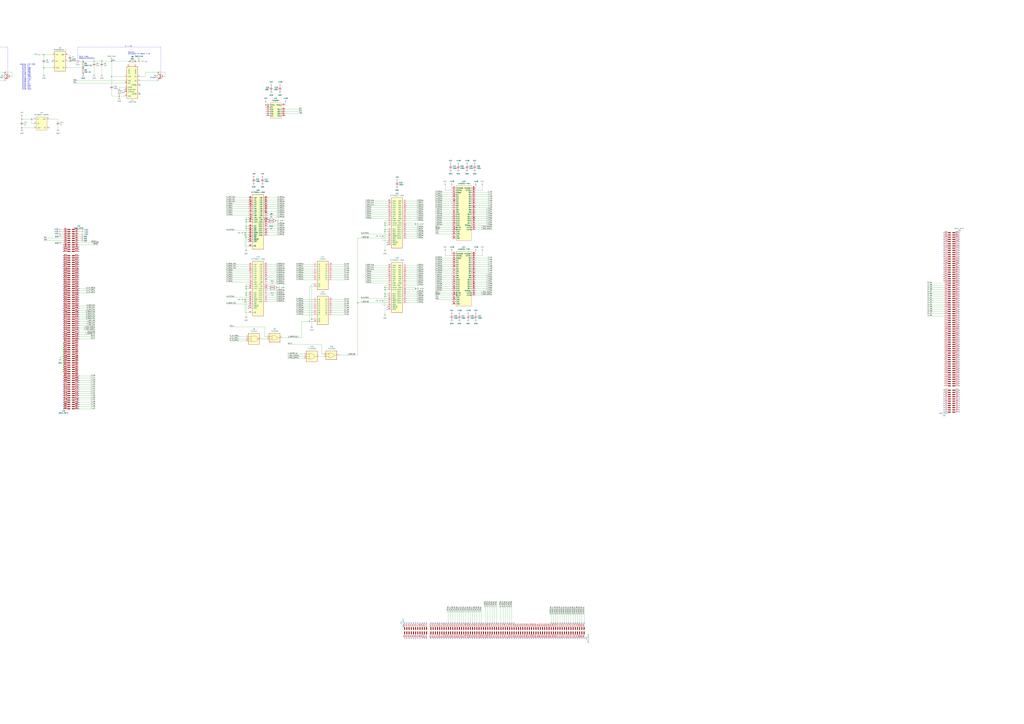
<source format=kicad_sch>
(kicad_sch (version 20211123) (generator eeschema)
  (paper "A0")
  (junction (at 73.66 414.02))
  (junction (at 308.61 121.92))
  (junction (at 73.66 401.32))
  (junction (at 482.6 260.35))
  (junction (at 285.75 332.74))
  (junction (at 359.41 373.38))
  (junction (at 157.48 71.12))
  (junction (at 482.6 335.28))
  (junction (at 73.66 416.56))
  (junction (at 184.15 83.82))
  (junction (at 81.28 71.12))
  (junction (at 129.54 71.12))
  (junction (at 444.5 274.32))
  (junction (at 73.66 421.64))
  (junction (at 161.29 71.12))
  (junction (at 73.66 426.72))
  (junction (at -96.52 71.12))
  (junction (at 320.04 256.54))
  (junction (at 285.75 265.43))
  (junction (at -48.26 71.12))
  (junction (at 138.43 111.76))
  (junction (at 447.04 259.08))
  (junction (at 73.66 411.48))
  (junction (at 285.75 255.27))
  (junction (at 284.48 347.98))
  (junction (at 73.66 398.78))
  (junction (at 25.4 138.43))
  (junction (at 285.75 257.81))
  (junction (at -127 63.5))
  (junction (at 361.95 370.84))
  (junction (at 285.75 275.59))
  (junction (at -59.69 71.12))
  (junction (at -20.32 71.12))
  (junction (at 73.66 419.1))
  (junction (at 73.66 408.94))
  (junction (at 447.04 261.62))
  (junction (at 444.5 349.25))
  (junction (at 36.83 138.43))
  (junction (at 284.48 270.51))
  (junction (at -27.94 71.12))
  (junction (at -81.28 71.12))
  (junction (at 96.52 78.74))
  (junction (at 284.48 273.05))
  (junction (at 415.29 351.79))
  (junction (at 284.48 350.52))
  (junction (at 285.75 335.28))
  (junction (at -68.58 71.12))
  (junction (at 447.04 334.01))
  (junction (at 50.8 78.74))
  (junction (at 447.04 269.24))
  (junction (at 73.66 429.26))
  (junction (at 73.66 406.4))
  (junction (at 285.75 342.9))
  (junction (at 447.04 336.55))
  (junction (at 149.86 71.12))
  (junction (at 50.8 63.5))
  (junction (at 118.11 71.12))
  (junction (at 321.31 334.01))
  (junction (at 6.35 83.82))
  (junction (at 285.75 340.36))
  (junction (at 447.04 266.7))
  (junction (at 73.66 403.86))
  (junction (at 285.75 262.89))
  (junction (at -48.26 88.9))
  (junction (at 25.4 148.59))
  (junction (at -81.28 78.74))
  (junction (at -16.51 71.12))
  (junction (at 109.22 71.12))
  (junction (at -127 78.74))
  (junction (at 73.66 424.18))
  (junction (at 447.04 344.17))
  (junction (at 73.66 431.8))
  (junction (at 96.52 71.12))
  (junction (at -39.37 111.76))
  (junction (at 447.04 341.63))
  (junction (at 129.54 88.9))
  (no_connect (at 1113.79 300.99))
  (no_connect (at 528.32 741.68))
  (no_connect (at 533.4 723.9))
  (no_connect (at 594.36 723.9))
  (no_connect (at 632.46 741.68))
  (no_connect (at 73.66 370.84))
  (no_connect (at 73.66 322.58))
  (no_connect (at 502.92 723.9))
  (no_connect (at 91.44 347.98))
  (no_connect (at 655.32 741.68))
  (no_connect (at 1113.79 288.29))
  (no_connect (at 73.66 441.96))
  (no_connect (at 624.84 741.68))
  (no_connect (at 660.4 723.9))
  (no_connect (at 91.44 332.74))
  (no_connect (at 91.44 436.88))
  (no_connect (at 627.38 741.68))
  (no_connect (at 73.66 302.26))
  (no_connect (at 586.74 723.9))
  (no_connect (at 91.44 355.6))
  (no_connect (at 1113.79 417.83))
  (no_connect (at 538.48 723.9))
  (no_connect (at 1113.79 311.15))
  (no_connect (at 288.29 358.14))
  (no_connect (at 563.88 741.68))
  (no_connect (at 1113.79 384.81))
  (no_connect (at 73.66 325.12))
  (no_connect (at 73.66 347.98))
  (no_connect (at 91.44 386.08))
  (no_connect (at 73.66 307.34))
  (no_connect (at 162.56 99.06))
  (no_connect (at 91.44 337.82))
  (no_connect (at 640.08 741.68))
  (no_connect (at 91.44 457.2))
  (no_connect (at 1096.01 313.69))
  (no_connect (at 660.4 741.68))
  (no_connect (at 73.66 292.1))
  (no_connect (at 546.1 723.9))
  (no_connect (at 548.64 741.68))
  (no_connect (at 543.56 741.68))
  (no_connect (at 609.6 741.68))
  (no_connect (at 1113.79 443.23))
  (no_connect (at 558.8 723.9))
  (no_connect (at 73.66 436.88))
  (no_connect (at 525.78 741.68))
  (no_connect (at 60.96 71.12))
  (no_connect (at 162.56 109.22))
  (no_connect (at 673.1 723.9))
  (no_connect (at 91.44 447.04))
  (no_connect (at 1113.79 405.13))
  (no_connect (at 1113.79 448.31))
  (no_connect (at 73.66 459.74))
  (no_connect (at 541.02 723.9))
  (no_connect (at 528.32 723.9))
  (no_connect (at 1113.79 336.55))
  (no_connect (at 561.34 723.9))
  (no_connect (at 73.66 304.8))
  (no_connect (at 1113.79 295.91))
  (no_connect (at 1113.79 283.21))
  (no_connect (at 581.66 741.68))
  (no_connect (at 73.66 353.06))
  (no_connect (at 591.82 741.68))
  (no_connect (at 604.52 741.68))
  (no_connect (at 1113.79 334.01))
  (no_connect (at 1113.79 407.67))
  (no_connect (at 622.3 741.68))
  (no_connect (at 652.78 723.9))
  (no_connect (at 1113.79 382.27))
  (no_connect (at 601.98 741.68))
  (no_connect (at 515.62 741.68))
  (no_connect (at 584.2 741.68))
  (no_connect (at 652.78 741.68))
  (no_connect (at 91.44 452.12))
  (no_connect (at 1113.79 463.55))
  (no_connect (at 1113.79 326.39))
  (no_connect (at 594.36 741.68))
  (no_connect (at 1113.79 427.99))
  (no_connect (at 91.44 464.82))
  (no_connect (at 541.02 741.68))
  (no_connect (at 449.58 356.87))
  (no_connect (at 1096.01 303.53))
  (no_connect (at 500.38 741.68))
  (no_connect (at 1096.01 463.55))
  (no_connect (at 91.44 363.22))
  (no_connect (at 91.44 393.7))
  (no_connect (at 561.34 741.68))
  (no_connect (at 556.26 723.9))
  (no_connect (at 614.68 741.68))
  (no_connect (at 574.04 723.9))
  (no_connect (at 73.66 388.62))
  (no_connect (at 523.24 723.9))
  (no_connect (at 1096.01 288.29))
  (no_connect (at 551.18 723.9))
  (no_connect (at 73.66 474.98))
  (no_connect (at 525.78 723.9))
  (no_connect (at 1096.01 298.45))
  (no_connect (at 665.48 741.68))
  (no_connect (at 505.46 741.68))
  (no_connect (at 629.92 741.68))
  (no_connect (at 1096.01 318.77))
  (no_connect (at 144.78 106.68))
  (no_connect (at 586.74 741.68))
  (no_connect (at 91.44 292.1))
  (no_connect (at 91.44 287.02))
  (no_connect (at 91.44 289.56))
  (no_connect (at 1113.79 280.67))
  (no_connect (at -15.24 109.22))
  (no_connect (at 73.66 297.18))
  (no_connect (at 474.98 723.9))
  (no_connect (at 1096.01 473.71))
  (no_connect (at -33.02 106.68))
  (no_connect (at 91.44 467.36))
  (no_connect (at 73.66 312.42))
  (no_connect (at 556.26 741.68))
  (no_connect (at 642.62 741.68))
  (no_connect (at 1113.79 369.57))
  (no_connect (at 1113.79 425.45))
  (no_connect (at 1096.01 321.31))
  (no_connect (at 1096.01 326.39))
  (no_connect (at 91.44 449.58))
  (no_connect (at 637.54 741.68))
  (no_connect (at 1113.79 313.69))
  (no_connect (at 1113.79 341.63))
  (no_connect (at 73.66 337.82))
  (no_connect (at 288.29 280.67))
  (no_connect (at 1113.79 298.45))
  (no_connect (at 73.66 457.2))
  (no_connect (at 568.96 741.68))
  (no_connect (at 73.66 355.6))
  (no_connect (at 91.44 312.42))
  (no_connect (at 73.66 373.38))
  (no_connect (at 530.86 741.68))
  (no_connect (at 73.66 365.76))
  (no_connect (at 495.3 741.68))
  (no_connect (at 73.66 375.92))
  (no_connect (at 1113.79 394.97))
  (no_connect (at 508 741.68))
  (no_connect (at 591.82 723.9))
  (no_connect (at 73.66 358.14))
  (no_connect (at 73.66 447.04))
  (no_connect (at 650.24 723.9))
  (no_connect (at 91.44 330.2))
  (no_connect (at 510.54 741.68))
  (no_connect (at 91.44 439.42))
  (no_connect (at 91.44 345.44))
  (no_connect (at 1113.79 476.25))
  (no_connect (at 1096.01 455.93))
  (no_connect (at 487.68 723.9))
  (no_connect (at 1096.01 290.83))
  (no_connect (at 1113.79 270.51))
  (no_connect (at 675.64 723.9))
  (no_connect (at 73.66 345.44))
  (no_connect (at 574.04 741.68))
  (no_connect (at 73.66 335.28))
  (no_connect (at 91.44 358.14))
  (no_connect (at 515.62 723.9))
  (no_connect (at 91.44 353.06))
  (no_connect (at 563.88 723.9))
  (no_connect (at 571.5 723.9))
  (no_connect (at 1113.79 438.15))
  (no_connect (at 535.94 741.68))
  (no_connect (at 73.66 330.2))
  (no_connect (at 1113.79 433.07))
  (no_connect (at 505.46 723.9))
  (no_connect (at 1113.79 420.37))
  (no_connect (at 650.24 741.68))
  (no_connect (at 548.64 723.9))
  (no_connect (at 1113.79 321.31))
  (no_connect (at 492.76 723.9))
  (no_connect (at 73.66 342.9))
  (no_connect (at 1113.79 318.77))
  (no_connect (at 1113.79 397.51))
  (no_connect (at 558.8 741.68))
  (no_connect (at 520.7 741.68))
  (no_connect (at 91.44 383.54))
  (no_connect (at 1113.79 339.09))
  (no_connect (at 576.58 723.9))
  (no_connect (at 518.16 741.68))
  (no_connect (at 73.66 378.46))
  (no_connect (at 553.72 741.68))
  (no_connect (at 1113.79 466.09))
  (no_connect (at 73.66 350.52))
  (no_connect (at 1096.01 453.39))
  (no_connect (at 530.86 723.9))
  (no_connect (at 73.66 381))
  (no_connect (at 73.66 368.3))
  (no_connect (at 1113.79 306.07))
  (no_connect (at 678.18 723.9))
  (no_connect (at 1113.79 389.89))
  (no_connect (at 91.44 474.98))
  (no_connect (at 73.66 284.48))
  (no_connect (at 73.66 309.88))
  (no_connect (at 657.86 741.68))
  (no_connect (at 1113.79 359.41))
  (no_connect (at 645.16 741.68))
  (no_connect (at 91.44 454.66))
  (no_connect (at 670.56 723.9))
  (no_connect (at 1113.79 354.33))
  (no_connect (at 472.44 723.9))
  (no_connect (at 485.14 741.68))
  (no_connect (at 576.58 741.68))
  (no_connect (at 91.44 304.8))
  (no_connect (at 1096.01 323.85))
  (no_connect (at 91.44 373.38))
  (no_connect (at 523.24 741.68))
  (no_connect (at 1113.79 412.75))
  (no_connect (at 91.44 314.96))
  (no_connect (at 612.14 741.68))
  (no_connect (at 1113.79 379.73))
  (no_connect (at 551.18 741.68))
  (no_connect (at 73.66 314.96))
  (no_connect (at -15.24 99.06))
  (no_connect (at 1113.79 278.13))
  (no_connect (at 91.44 365.76))
  (no_connect (at 1096.01 300.99))
  (no_connect (at 1096.01 275.59))
  (no_connect (at 1096.01 283.21))
  (no_connect (at 546.1 741.68))
  (no_connect (at 1096.01 316.23))
  (no_connect (at 1113.79 473.71))
  (no_connect (at 73.66 383.54))
  (no_connect (at 1113.79 290.83))
  (no_connect (at 91.44 299.72))
  (no_connect (at 288.29 355.6))
  (no_connect (at 474.98 741.68))
  (no_connect (at 73.66 449.58))
  (no_connect (at 91.44 444.5))
  (no_connect (at 1113.79 453.39))
  (no_connect (at 73.66 444.5))
  (no_connect (at 619.76 741.68))
  (no_connect (at 1113.79 316.23))
  (no_connect (at 1113.79 461.01))
  (no_connect (at 596.9 723.9))
  (no_connect (at 91.44 360.68))
  (no_connect (at 91.44 322.58))
  (no_connect (at 91.44 469.9))
  (no_connect (at 1113.79 440.69))
  (no_connect (at 91.44 327.66))
  (no_connect (at 91.44 320.04))
  (no_connect (at 73.66 469.9))
  (no_connect (at 675.64 741.68))
  (no_connect (at 73.66 452.12))
  (no_connect (at 668.02 741.68))
  (no_connect (at 647.7 723.9))
  (no_connect (at 1113.79 323.85))
  (no_connect (at 73.66 386.08))
  (no_connect (at 566.42 741.68))
  (no_connect (at 645.16 723.9))
  (no_connect (at 73.66 454.66))
  (no_connect (at 599.44 741.68))
  (no_connect (at 589.28 741.68))
  (no_connect (at 1096.01 468.63))
  (no_connect (at 1096.01 293.37))
  (no_connect (at 480.06 723.9))
  (no_connect (at 1113.79 275.59))
  (no_connect (at 657.86 723.9))
  (no_connect (at 91.44 342.9))
  (no_connect (at 510.54 723.9))
  (no_connect (at 571.5 741.68))
  (no_connect (at 1096.01 466.09))
  (no_connect (at 1113.79 303.53))
  (no_connect (at 1096.01 478.79))
  (no_connect (at 1113.79 402.59))
  (no_connect (at 1113.79 377.19))
  (no_connect (at 91.44 317.5))
  (no_connect (at 91.44 370.84))
  (no_connect (at 1113.79 273.05))
  (no_connect (at 520.7 723.9))
  (no_connect (at 1096.01 476.25))
  (no_connect (at 1113.79 349.25))
  (no_connect (at 144.78 104.14))
  (no_connect (at 73.66 472.44))
  (no_connect (at 91.44 340.36))
  (no_connect (at 584.2 723.9))
  (no_connect (at 607.06 741.68))
  (no_connect (at 487.68 741.68))
  (no_connect (at 490.22 723.9))
  (no_connect (at 469.9 723.9))
  (no_connect (at 655.32 723.9))
  (no_connect (at 91.44 375.92))
  (no_connect (at 91.44 309.88))
  (no_connect (at 1096.01 458.47))
  (no_connect (at 596.9 741.68))
  (no_connect (at 579.12 723.9))
  (no_connect (at 1113.79 361.95))
  (no_connect (at 91.44 388.62))
  (no_connect (at 1113.79 356.87))
  (no_connect (at 1113.79 471.17))
  (no_connect (at 1113.79 410.21))
  (no_connect (at 535.94 723.9))
  (no_connect (at 91.44 472.44))
  (no_connect (at 518.16 723.9))
  (no_connect (at 1113.79 372.11))
  (no_connect (at 449.58 284.48))
  (no_connect (at 617.22 741.68))
  (no_connect (at 543.56 723.9))
  (no_connect (at 485.14 723.9))
  (no_connect (at 91.44 302.26))
  (no_connect (at 449.58 359.41))
  (no_connect (at 1113.79 422.91))
  (no_connect (at 73.66 360.68))
  (no_connect (at 472.44 741.68))
  (no_connect (at 1113.79 478.79))
  (no_connect (at 288.29 278.13))
  (no_connect (at 589.28 723.9))
  (no_connect (at 91.44 307.34))
  (no_connect (at 477.52 741.68))
  (no_connect (at 1096.01 273.05))
  (no_connect (at 449.58 281.94))
  (no_connect (at 91.44 391.16))
  (no_connect (at 1113.79 293.37))
  (no_connect (at 1096.01 285.75))
  (no_connect (at 490.22 741.68))
  (no_connect (at 1113.79 374.65))
  (no_connect (at 566.42 723.9))
  (no_connect (at 1113.79 346.71))
  (no_connect (at 635 741.68))
  (no_connect (at 1113.79 328.93))
  (no_connect (at 1113.79 435.61))
  (no_connect (at 1096.01 270.51))
  (no_connect (at 91.44 297.18))
  (no_connect (at 1113.79 455.93))
  (no_connect (at 73.66 464.82))
  (no_connect (at 579.12 741.68))
  (no_connect (at 1113.79 445.77))
  (no_connect (at 1096.01 280.67))
  (no_connect (at 1113.79 415.29))
  (no_connect (at 73.66 439.42))
  (no_connect (at 1113.79 331.47))
  (no_connect (at 91.44 459.74))
  (no_connect (at 73.66 391.16))
  (no_connect (at 1113.79 468.63))
  (no_connect (at 647.7 741.68))
  (no_connect (at 581.66 723.9))
  (no_connect (at -33.02 104.14))
  (no_connect (at 73.66 289.56))
  (no_connect (at 1113.79 387.35))
  (no_connect (at 91.44 350.52))
  (no_connect (at 662.94 741.68))
  (no_connect (at 665.48 723.9))
  (no_connect (at 1096.01 461.01))
  (no_connect (at 1096.01 471.17))
  (no_connect (at 73.66 299.72))
  (no_connect (at 1113.79 400.05))
  (no_connect (at 1113.79 285.75))
  (no_connect (at 678.18 741.68))
  (no_connect (at 73.66 467.36))
  (no_connect (at 492.76 741.68))
  (no_connect (at 91.44 381))
  (no_connect (at 91.44 441.96))
  (no_connect (at 513.08 723.9))
  (no_connect (at 73.66 327.66))
  (no_connect (at 1113.79 367.03))
  (no_connect (at 538.48 741.68))
  (no_connect (at 1113.79 392.43))
  (no_connect (at 662.94 723.9))
  (no_connect (at 508 723.9))
  (no_connect (at 1113.79 458.47))
  (no_connect (at 1096.01 308.61))
  (no_connect (at 480.06 741.68))
  (no_connect (at 91.44 335.28))
  (no_connect (at 533.4 741.68))
  (no_connect (at 1096.01 311.15))
  (no_connect (at 1113.79 308.61))
  (no_connect (at 91.44 378.46))
  (no_connect (at 553.72 723.9))
  (no_connect (at 73.66 320.04))
  (no_connect (at 482.6 741.68))
  (no_connect (at 477.52 723.9))
  (no_connect (at 91.44 368.3))
  (no_connect (at 1113.79 430.53))
  (no_connect (at 1096.01 278.13))
  (no_connect (at 1096.01 306.07))
  (no_connect (at 513.08 741.68))
  (no_connect (at 73.66 317.5))
  (no_connect (at 495.3 723.9))
  (no_connect (at 73.66 363.22))
  (no_connect (at 673.1 741.68))
  (no_connect (at 1113.79 351.79))
  (no_connect (at -116.84 71.12))
  (no_connect (at 500.38 723.9))
  (no_connect (at 91.44 462.28))
  (no_connect (at 1113.79 344.17))
  (no_connect (at 73.66 393.7))
  (no_connect (at 469.9 741.68))
  (no_connect (at 502.92 741.68))
  (no_connect (at 73.66 340.36))
  (no_connect (at 482.6 723.9))
  (no_connect (at 668.02 723.9))
  (no_connect (at 670.56 741.68))
  (no_connect (at 1113.79 364.49))
  (no_connect (at 1096.01 295.91))
  (no_connect (at 73.66 462.28))
  (no_connect (at 640.08 723.9))
  (no_connect (at 568.96 723.9))
  (no_connect (at 642.62 723.9))
  (no_connect (at 73.66 332.74))
  (no_connect (at 91.44 325.12))
  (no_connect (at 73.66 287.02))
  (wire (pts (xy 50.8 86.36) (xy 50.8 78.74)))
  (wire (pts (xy 386.08 355.6) (xy 405.13 355.6)))
  (wire (pts (xy 363.22 353.06) (xy 344.17 353.06)))
  (wire (pts (xy 73.66 414.02) (xy 69.85 414.02)))
  (wire (pts (xy 560.07 297.18) (xy 560.07 292.1)))
  (wire (pts (xy 81.28 64.77) (xy 81.28 63.5)))
  (wire (pts (xy 262.89 317.5) (xy 288.29 317.5)))
  (wire (pts (xy 373.38 411.48) (xy 373.38 400.05)))
  (wire (pts (xy 563.88 698.5) (xy 563.88 723.9)))
  (wire (pts (xy 660.4 723.9) (xy 660.4 704.85)))
  (wire (pts (xy 363.22 365.76) (xy 344.17 365.76)))
  (wire (pts (xy 472.44 238.76) (xy 491.49 238.76)))
  (wire (pts (xy 311.15 229.87) (xy 330.2 229.87)))
  (wire (pts (xy 311.15 262.89) (xy 330.2 262.89)))
  (wire (pts (xy 447.04 331.47) (xy 449.58 331.47)))
  (wire (pts (xy 415.29 351.79) (xy 415.29 276.86)))
  (wire (pts (xy 359.41 373.38) (xy 350.52 373.38)))
  (wire (pts (xy 386.08 360.68) (xy 405.13 360.68)))
  (wire (pts (xy 262.89 250.19) (xy 288.29 250.19)))
  (wire (pts (xy 144.78 111.76) (xy 138.43 111.76)))
  (wire (pts (xy -92.71 96.52) (xy -33.02 96.52)))
  (wire (pts (xy 552.45 241.3) (xy 571.5 241.3)))
  (wire (pts (xy -127 86.36) (xy -127 78.74)))
  (wire (pts (xy 307.34 391.16) (xy 307.34 379.73)))
  (wire (pts (xy 320.04 332.74) (xy 321.31 332.74)))
  (wire (pts (xy 262.89 307.34) (xy 288.29 307.34)))
  (wire (pts (xy 482.6 259.08) (xy 482.6 260.35)))
  (wire (pts (xy 524.51 327.66) (xy 505.46 327.66)))
  (wire (pts (xy 524.51 309.88) (xy 505.46 309.88)))
  (wire (pts (xy 552.45 299.72) (xy 571.5 299.72)))
  (wire (pts (xy 524.51 228.6) (xy 505.46 228.6)))
  (wire (pts (xy 318.77 257.81) (xy 320.04 257.81)))
  (wire (pts (xy 311.15 320.04) (xy 330.2 320.04)))
  (wire (pts (xy 285.75 330.2) (xy 285.75 332.74)))
  (wire (pts (xy 444.5 349.25) (xy 449.58 349.25)))
  (wire (pts (xy 524.51 226.06) (xy 505.46 226.06)))
  (wire (pts (xy 361.95 330.2) (xy 361.95 370.84)))
  (wire (pts (xy 552.45 256.54) (xy 571.5 256.54)))
  (wire (pts (xy 524.51 304.8) (xy 505.46 304.8)))
  (wire (pts (xy 419.1 346.71) (xy 449.58 346.71)))
  (wire (pts (xy 505.46 347.98) (xy 524.51 347.98)))
  (wire (pts (xy 551.18 723.9) (xy 551.18 704.85)))
  (wire (pts (xy 284.48 350.52) (xy 284.48 363.22)))
  (wire (pts (xy 1096.01 341.63) (xy 1076.96 341.63)))
  (wire (pts (xy 110.49 368.3) (xy 91.44 368.3)))
  (wire (pts (xy 571.5 698.5) (xy 571.5 723.9)))
  (wire (pts (xy 424.18 328.93) (xy 449.58 328.93)))
  (wire (pts (xy 472.44 313.69) (xy 491.49 313.69)))
  (wire (pts (xy 266.7 379.73) (xy 307.34 379.73)))
  (wire (pts (xy 472.44 251.46) (xy 491.49 251.46)))
  (wire (pts (xy 363.22 307.34) (xy 344.17 307.34)))
  (wire (pts (xy 91.44 281.94) (xy 114.3 281.94)))
  (wire (pts (xy 472.44 241.3) (xy 491.49 241.3)))
  (wire (pts (xy 311.15 250.19) (xy 330.2 250.19)))
  (wire (pts (xy 129.54 111.76) (xy 129.54 104.14)))
  (wire (pts (xy 472.44 261.62) (xy 482.6 261.62)))
  (wire (pts (xy 524.51 325.12) (xy 505.46 325.12)))
  (wire (pts (xy 91.44 462.28) (xy 110.49 462.28)))
  (wire (pts (xy 472.44 254) (xy 491.49 254)))
  (wire (pts (xy 311.15 237.49) (xy 330.2 237.49)))
  (wire (pts (xy 524.51 266.7) (xy 505.46 266.7)))
  (wire (pts (xy 424.18 238.76) (xy 449.58 238.76)))
  (wire (pts (xy 591.82 698.5) (xy 591.82 723.9)))
  (wire (pts (xy 552.45 248.92) (xy 571.5 248.92)))
  (wire (pts (xy 262.89 267.97) (xy 288.29 267.97)))
  (wire (pts (xy 91.44 271.78) (xy 93.98 271.78)))
  (wire (pts (xy 73.66 403.86) (xy 73.66 406.4)))
  (wire (pts (xy 566.42 698.5) (xy 566.42 723.9)))
  (wire (pts (xy 110.49 393.7) (xy 91.44 393.7)))
  (wire (pts (xy 91.44 279.4) (xy 93.98 279.4)))
  (wire (pts (xy 558.8 723.9) (xy 558.8 704.85)))
  (wire (pts (xy 472.44 318.77) (xy 491.49 318.77)))
  (wire (pts (xy 311.15 314.96) (xy 330.2 314.96)))
  (wire (pts (xy 472.44 236.22) (xy 491.49 236.22)))
  (polyline (pts (xy 90.17 54.61) (xy 90.17 71.12)))
  (wire (pts (xy 524.51 223.52) (xy 505.46 223.52)))
  (wire (pts (xy -68.58 71.12) (xy -68.58 72.39)))
  (wire (pts (xy 311.15 234.95) (xy 330.2 234.95)))
  (wire (pts (xy 472.44 326.39) (xy 491.49 326.39)))
  (wire (pts (xy 576.58 698.5) (xy 576.58 723.9)))
  (wire (pts (xy 262.89 325.12) (xy 288.29 325.12)))
  (wire (pts (xy 161.29 69.85) (xy 161.29 71.12)))
  (wire (pts (xy 320.04 256.54) (xy 320.04 257.81)))
  (wire (pts (xy 91.44 383.54) (xy 110.49 383.54)))
  (wire (pts (xy 285.75 332.74) (xy 288.29 332.74)))
  (wire (pts (xy 670.56 723.9) (xy 670.56 704.85)))
  (wire (pts (xy 184.15 93.98) (xy 162.56 93.98)))
  (wire (pts (xy 262.89 232.41) (xy 288.29 232.41)))
  (wire (pts (xy 472.44 349.25) (xy 491.49 349.25)))
  (wire (pts (xy 472.44 264.16) (xy 491.49 264.16)))
  (wire (pts (xy 443.23 349.25) (xy 444.5 349.25)))
  (wire (pts (xy 266.7 393.7) (xy 285.75 393.7)))
  (wire (pts (xy -48.26 71.12) (xy -59.69 71.12)))
  (wire (pts (xy 285.75 332.74) (xy 285.75 335.28)))
  (wire (pts (xy 505.46 340.36) (xy 524.51 340.36)))
  (wire (pts (xy 472.44 344.17) (xy 491.49 344.17)))
  (wire (pts (xy 645.16 723.9) (xy 645.16 704.85)))
  (wire (pts (xy 311.15 240.03) (xy 330.2 240.03)))
  (wire (pts (xy 472.44 271.78) (xy 491.49 271.78)))
  (wire (pts (xy 262.89 312.42) (xy 288.29 312.42)))
  (wire (pts (xy 110.49 370.84) (xy 91.44 370.84)))
  (wire (pts (xy 363.22 320.04) (xy 344.17 320.04)))
  (wire (pts (xy 363.22 373.38) (xy 359.41 373.38)))
  (wire (pts (xy 321.31 332.74) (xy 321.31 334.01)))
  (wire (pts (xy 386.08 325.12) (xy 405.13 325.12)))
  (wire (pts (xy 552.45 340.36) (xy 571.5 340.36)))
  (wire (pts (xy 370.84 414.02) (xy 375.92 414.02)))
  (wire (pts (xy -68.58 71.12) (xy -59.69 71.12)))
  (wire (pts (xy 6.35 83.82) (xy 13.97 83.82)))
  (wire (pts (xy 73.66 408.94) (xy 73.66 411.48)))
  (wire (pts (xy -20.32 71.12) (xy -20.32 74.93)))
  (wire (pts (xy 675.64 723.9) (xy 675.64 704.85)))
  (wire (pts (xy 327.66 392.43) (xy 350.52 392.43)))
  (wire (pts (xy 350.52 129.54) (xy 331.47 129.54)))
  (wire (pts (xy 363.22 314.96) (xy 344.17 314.96)))
  (wire (pts (xy 284.48 347.98) (xy 284.48 350.52)))
  (wire (pts (xy 678.18 723.9) (xy 678.18 704.85)))
  (wire (pts (xy 359.41 373.38) (xy 359.41 332.74)))
  (wire (pts (xy 524.51 335.28) (xy 505.46 335.28)))
  (wire (pts (xy 552.45 292.1) (xy 552.45 294.64)))
  (wire (pts (xy 552.45 215.9) (xy 552.45 218.44)))
  (wire (pts (xy 482.6 335.28) (xy 482.6 336.55)))
  (wire (pts (xy 524.51 243.84) (xy 505.46 243.84)))
  (wire (pts (xy 110.49 373.38) (xy 91.44 373.38)))
  (wire (pts (xy 262.89 229.87) (xy 288.29 229.87)))
  (wire (pts (xy 472.44 346.71) (xy 491.49 346.71)))
  (wire (pts (xy 110.49 337.82) (xy 91.44 337.82)))
  (wire (pts (xy 447.04 334.01) (xy 447.04 331.47)))
  (wire (pts (xy 482.6 334.01) (xy 482.6 335.28)))
  (wire (pts (xy 283.21 270.51) (xy 284.48 270.51)))
  (wire (pts (xy 363.22 360.68) (xy 344.17 360.68)))
  (wire (pts (xy 640.08 723.9) (xy 640.08 704.85)))
  (wire (pts (xy 67.31 146.05) (xy 67.31 149.86)))
  (wire (pts (xy 424.18 308.61) (xy 449.58 308.61)))
  (wire (pts (xy 284.48 270.51) (xy 288.29 270.51)))
  (wire (pts (xy 444.5 354.33) (xy 449.58 354.33)))
  (wire (pts (xy 138.43 113.03) (xy 138.43 111.76)))
  (wire (pts (xy 524.51 314.96) (xy 505.46 314.96)))
  (wire (pts (xy 91.44 457.2) (xy 110.49 457.2)))
  (wire (pts (xy 505.46 264.16) (xy 524.51 264.16)))
  (wire (pts (xy 444.5 349.25) (xy 444.5 354.33)))
  (wire (pts (xy 353.06 416.56) (xy 334.01 416.56)))
  (wire (pts (xy 311.15 260.35) (xy 330.2 260.35)))
  (wire (pts (xy 71.12 274.32) (xy 73.66 274.32)))
  (wire (pts (xy 415.29 276.86) (xy 449.58 276.86)))
  (wire (pts (xy 524.51 312.42) (xy 505.46 312.42)))
  (wire (pts (xy 424.18 254) (xy 449.58 254)))
  (wire (pts (xy 285.75 255.27) (xy 288.29 255.27)))
  (wire (pts (xy 262.89 327.66) (xy 288.29 327.66)))
  (wire (pts (xy 285.75 257.81) (xy 288.29 257.81)))
  (wire (pts (xy 262.89 247.65) (xy 288.29 247.65)))
  (wire (pts (xy 311.15 330.2) (xy 330.2 330.2)))
  (wire (pts (xy 552.45 304.8) (xy 571.5 304.8)))
  (wire (pts (xy 311.15 242.57) (xy 330.2 242.57)))
  (wire (pts (xy 91.44 439.42) (xy 110.49 439.42)))
  (wire (pts (xy 424.18 326.39) (xy 449.58 326.39)))
  (wire (pts (xy 363.22 309.88) (xy 344.17 309.88)))
  (wire (pts (xy 91.44 381) (xy 110.49 381)))
  (wire (pts (xy 73.66 396.24) (xy 73.66 398.78)))
  (wire (pts (xy 552.45 264.16) (xy 571.5 264.16)))
  (wire (pts (xy 184.15 83.82) (xy 191.77 83.82)))
  (wire (pts (xy 552.45 261.62) (xy 571.5 261.62)))
  (wire (pts (xy 262.89 345.44) (xy 288.29 345.44)))
  (wire (pts (xy 443.23 274.32) (xy 444.5 274.32)))
  (wire (pts (xy 78.74 71.12) (xy 81.28 71.12)))
  (wire (pts (xy 552.45 266.7) (xy 571.5 266.7)))
  (wire (pts (xy 552.45 220.98) (xy 560.07 220.98)))
  (wire (pts (xy -127 68.58) (xy -127 63.5)))
  (wire (pts (xy 482.6 260.35) (xy 482.6 261.62)))
  (wire (pts (xy 285.75 340.36) (xy 285.75 342.9)))
  (wire (pts (xy 424.18 236.22) (xy 449.58 236.22)))
  (wire (pts (xy 91.44 459.74) (xy 110.49 459.74)))
  (wire (pts (xy 73.66 406.4) (xy 73.66 408.94)))
  (wire (pts (xy 516.89 292.1) (xy 516.89 297.18)))
  (wire (pts (xy 363.22 330.2) (xy 361.95 330.2)))
  (wire (pts (xy 321.31 334.01) (xy 321.31 335.28)))
  (wire (pts (xy 552.45 325.12) (xy 571.5 325.12)))
  (wire (pts (xy 110.49 360.68) (xy 91.44 360.68)))
  (wire (pts (xy -33.02 111.76) (xy -39.37 111.76)))
  (wire (pts (xy -48.26 111.76) (xy -48.26 104.14)))
  (wire (pts (xy -99.06 71.12) (xy -96.52 71.12)))
  (wire (pts (xy -39.37 101.6) (xy -39.37 102.87)))
  (wire (pts (xy 110.49 340.36) (xy 91.44 340.36)))
  (wire (pts (xy 552.45 309.88) (xy 571.5 309.88)))
  (wire (pts (xy 91.44 276.86) (xy 93.98 276.86)))
  (wire (pts (xy 524.51 320.04) (xy 505.46 320.04)))
  (wire (pts (xy 308.61 119.38) (xy 308.61 121.92)))
  (wire (pts (xy 552.45 335.28) (xy 571.5 335.28)))
  (wire (pts (xy 472.44 269.24) (xy 491.49 269.24)))
  (wire (pts (xy 262.89 314.96) (xy 288.29 314.96)))
  (wire (pts (xy 447.04 261.62) (xy 449.58 261.62)))
  (wire (pts (xy 524.51 259.08) (xy 505.46 259.08)))
  (wire (pts (xy 284.48 347.98) (xy 288.29 347.98)))
  (wire (pts (xy 424.18 248.92) (xy 449.58 248.92)))
  (wire (pts (xy -8.89 83.82) (xy 6.35 83.82)))
  (wire (pts (xy 36.83 138.43) (xy 25.4 138.43)))
  (wire (pts (xy 311.15 232.41) (xy 330.2 232.41)))
  (wire (pts (xy 552.45 226.06) (xy 571.5 226.06)))
  (wire (pts (xy 311.15 309.88) (xy 330.2 309.88)))
  (wire (pts (xy 73.66 269.24) (xy 71.12 269.24)))
  (wire (pts (xy 288.29 330.2) (xy 285.75 330.2)))
  (wire (pts (xy 447.04 269.24) (xy 449.58 269.24)))
  (wire (pts (xy -16.51 69.85) (xy -16.51 71.12)))
  (wire (pts (xy 447.04 259.08) (xy 447.04 256.54)))
  (wire (pts (xy 1096.01 328.93) (xy 1076.96 328.93)))
  (wire (pts (xy 444.5 279.4) (xy 449.58 279.4)))
  (wire (pts (xy 73.66 414.02) (xy 73.66 416.56)))
  (wire (pts (xy 447.04 266.7) (xy 447.04 261.62)))
  (wire (pts (xy 472.44 321.31) (xy 491.49 321.31)))
  (wire (pts (xy 320.04 256.54) (xy 321.31 256.54)))
  (wire (pts (xy 363.22 347.98) (xy 344.17 347.98)))
  (wire (pts (xy 285.75 335.28) (xy 285.75 340.36)))
  (wire (pts (xy 6.35 93.98) (xy -15.24 93.98)))
  (wire (pts (xy 568.96 698.5) (xy 568.96 723.9)))
  (wire (pts (xy 657.86 723.9) (xy 657.86 704.85)))
  (wire (pts (xy 472.44 316.23) (xy 491.49 316.23)))
  (wire (pts (xy -48.26 88.9) (xy -48.26 71.12)))
  (wire (pts (xy 447.04 256.54) (xy 449.58 256.54)))
  (polyline (pts (xy 186.69 54.61) (xy 90.17 54.61)))
  (wire (pts (xy 285.75 342.9) (xy 285.75 367.03)))
  (wire (pts (xy 129.54 88.9) (xy 129.54 71.12)))
  (wire (pts (xy 424.18 243.84) (xy 449.58 243.84)))
  (wire (pts (xy 472.44 331.47) (xy 491.49 331.47)))
  (wire (pts (xy 472.44 243.84) (xy 491.49 243.84)))
  (wire (pts (xy 285.75 335.28) (xy 288.29 335.28)))
  (wire (pts (xy 662.94 723.9) (xy 662.94 704.85)))
  (wire (pts (xy 552.45 246.38) (xy 571.5 246.38)))
  (wire (pts (xy 91.44 464.82) (xy 110.49 464.82)))
  (wire (pts (xy 1096.01 361.95) (xy 1076.96 361.95)))
  (wire (pts (xy 574.04 698.5) (xy 574.04 723.9)))
  (wire (pts (xy 386.08 309.88) (xy 405.13 309.88)))
  (wire (pts (xy 311.15 245.11) (xy 330.2 245.11)))
  (wire (pts (xy 1096.01 344.17) (xy 1076.96 344.17)))
  (wire (pts (xy 110.49 388.62) (xy 91.44 388.62)))
  (wire (pts (xy 138.43 101.6) (xy 138.43 102.87)))
  (polyline (pts (xy 8.89 86.36) (xy 8.89 54.61)))
  (wire (pts (xy 285.75 265.43) (xy 288.29 265.43)))
  (wire (pts (xy 50.8 68.58) (xy 50.8 63.5)))
  (wire (pts (xy 285.75 340.36) (xy 288.29 340.36)))
  (wire (pts (xy 144.78 88.9) (xy 129.54 88.9)))
  (wire (pts (xy 505.46 269.24) (xy 524.51 269.24)))
  (wire (pts (xy 589.28 698.5) (xy 589.28 723.9)))
  (wire (pts (xy 1096.01 351.79) (xy 1076.96 351.79)))
  (wire (pts (xy 288.29 252.73) (xy 285.75 252.73)))
  (wire (pts (xy 552.45 314.96) (xy 571.5 314.96)))
  (wire (pts (xy 25.4 138.43) (xy 25.4 140.97)))
  (wire (pts (xy 594.36 698.5) (xy 594.36 723.9)))
  (wire (pts (xy 472.44 274.32) (xy 491.49 274.32)))
  (wire (pts (xy 91.44 449.58) (xy 110.49 449.58)))
  (wire (pts (xy 320.04 335.28) (xy 321.31 335.28)))
  (wire (pts (xy 363.22 325.12) (xy 344.17 325.12)))
  (wire (pts (xy 424.18 316.23) (xy 449.58 316.23)))
  (wire (pts (xy 447.04 261.62) (xy 447.04 259.08)))
  (wire (pts (xy 447.04 259.08) (xy 449.58 259.08)))
  (wire (pts (xy 524.51 231.14) (xy 505.46 231.14)))
  (wire (pts (xy 673.1 723.9) (xy 673.1 704.85)))
  (wire (pts (xy 386.08 322.58) (xy 405.13 322.58)))
  (wire (pts (xy 447.04 336.55) (xy 449.58 336.55)))
  (wire (pts (xy 1096.01 334.01) (xy 1076.96 334.01)))
  (wire (pts (xy 91.44 441.96) (xy 110.49 441.96)))
  (wire (pts (xy 386.08 314.96) (xy 405.13 314.96)))
  (wire (pts (xy 472.44 323.85) (xy 491.49 323.85)))
  (wire (pts (xy -127 78.74) (xy -127 73.66)))
  (wire (pts (xy 586.74 698.5) (xy 586.74 723.9)))
  (wire (pts (xy 144.78 93.98) (xy 85.09 93.98)))
  (wire (pts (xy 472.44 336.55) (xy 482.6 336.55)))
  (wire (pts (xy 285.75 255.27) (xy 285.75 257.81)))
  (wire (pts (xy 524.51 307.34) (xy 505.46 307.34)))
  (wire (pts (xy 472.44 266.7) (xy 491.49 266.7)))
  (wire (pts (xy 311.15 332.74) (xy 312.42 332.74)))
  (wire (pts (xy 552.45 317.5) (xy 571.5 317.5)))
  (wire (pts (xy 91.44 469.9) (xy 110.49 469.9)))
  (wire (pts (xy 73.66 426.72) (xy 73.66 429.26)))
  (wire (pts (xy 541.02 723.9) (xy 541.02 704.85)))
  (wire (pts (xy 472.44 311.15) (xy 491.49 311.15)))
  (wire (pts (xy 81.28 71.12) (xy 86.36 71.12)))
  (wire (pts (xy 311.15 345.44) (xy 330.2 345.44)))
  (polyline (pts (xy -87.63 54.61) (xy -87.63 71.12)))
  (wire (pts (xy 363.22 317.5) (xy 344.17 317.5)))
  (wire (pts (xy -59.69 71.12) (xy -59.69 72.39)))
  (wire (pts (xy 73.66 416.56) (xy 73.66 419.1)))
  (wire (pts (xy 524.51 238.76) (xy 505.46 238.76)))
  (wire (pts (xy 363.22 312.42) (xy 344.17 312.42)))
  (wire (pts (xy 424.18 323.85) (xy 449.58 323.85)))
  (wire (pts (xy 25.4 148.59) (xy 25.4 146.05)))
  (wire (pts (xy 331.47 119.38) (xy 331.47 121.92)))
  (wire (pts (xy 447.04 269.24) (xy 447.04 289.56)))
  (wire (pts (xy 110.49 386.08) (xy 91.44 386.08)))
  (wire (pts (xy 524.51 337.82) (xy 505.46 337.82)))
  (wire (pts (xy 419.1 271.78) (xy 449.58 271.78)))
  (wire (pts (xy 285.75 275.59) (xy 285.75 289.56)))
  (wire (pts (xy 311.15 317.5) (xy 330.2 317.5)))
  (wire (pts (xy 285.75 252.73) (xy 285.75 255.27)))
  (wire (pts (xy 284.48 285.75) (xy 288.29 285.75)))
  (wire (pts (xy 535.94 723.9) (xy 535.94 704.85)))
  (wire (pts (xy 552.45 320.04) (xy 571.5 320.04)))
  (wire (pts (xy 525.78 723.9) (xy 525.78 704.85)))
  (wire (pts (xy 311.15 350.52) (xy 330.2 350.52)))
  (wire (pts (xy 359.41 332.74) (xy 363.22 332.74)))
  (wire (pts (xy 73.66 429.26) (xy 73.66 431.8)))
  (wire (pts (xy 109.22 77.47) (xy 109.22 86.36)))
  (wire (pts (xy 647.7 723.9) (xy 647.7 704.85)))
  (wire (pts (xy -127 62.23) (xy -127 63.5)))
  (wire (pts (xy -59.69 86.36) (xy -59.69 77.47)))
  (wire (pts (xy 415.29 351.79) (xy 415.29 412.75)))
  (wire (pts (xy 50.8 63.5) (xy 60.96 63.5)))
  (wire (pts (xy 665.48 723.9) (xy 665.48 704.85)))
  (wire (pts (xy 1096.01 359.41) (xy 1076.96 359.41)))
  (wire (pts (xy 91.44 363.22) (xy 110.49 363.22)))
  (wire (pts (xy -81.28 71.12) (xy -68.58 71.12)))
  (wire (pts (xy 472.44 334.01) (xy 482.6 334.01)))
  (wire (pts (xy 533.4 723.9) (xy 533.4 704.85)))
  (wire (pts (xy 472.44 339.09) (xy 491.49 339.09)))
  (wire (pts (xy 91.44 269.24) (xy 93.98 269.24)))
  (wire (pts (xy 311.15 325.12) (xy 330.2 325.12)))
  (wire (pts (xy 361.95 370.84) (xy 363.22 370.84)))
  (wire (pts (xy 262.89 309.88) (xy 288.29 309.88)))
  (wire (pts (xy 311.15 347.98) (xy 330.2 347.98)))
  (wire (pts (xy 350.52 127) (xy 331.47 127)))
  (wire (pts (xy 472.44 256.54) (xy 491.49 256.54)))
  (wire (pts (xy 447.04 344.17) (xy 449.58 344.17)))
  (wire (pts (xy 91.44 467.36) (xy 110.49 467.36)))
  (wire (pts (xy -39.37 113.03) (xy -39.37 111.76)))
  (wire (pts (xy 311.15 252.73) (xy 330.2 252.73)))
  (wire (pts (xy 472.44 233.68) (xy 491.49 233.68)))
  (wire (pts (xy 149.86 74.93) (xy 149.86 71.12)))
  (wire (pts (xy 482.6 335.28) (xy 483.87 335.28)))
  (wire (pts (xy 353.06 414.02) (xy 334.01 414.02)))
  (wire (pts (xy 320.04 255.27) (xy 320.04 256.54)))
  (wire (pts (xy 552.45 243.84) (xy 571.5 243.84)))
  (wire (pts (xy 552.45 223.52) (xy 571.5 223.52)))
  (wire (pts (xy 528.32 723.9) (xy 528.32 704.85)))
  (wire (pts (xy 524.51 261.62) (xy 505.46 261.62)))
  (wire (pts (xy 581.66 698.5) (xy 581.66 723.9)))
  (wire (pts (xy 284.48 350.52) (xy 288.29 350.52)))
  (wire (pts (xy 447.04 334.01) (xy 449.58 334.01)))
  (wire (pts (xy 472.44 351.79) (xy 491.49 351.79)))
  (wire (pts (xy 46.99 63.5) (xy 50.8 63.5)))
  (wire (pts (xy 386.08 320.04) (xy 405.13 320.04)))
  (wire (pts (xy -48.26 88.9) (xy -48.26 99.06)))
  (wire (pts (xy 311.15 270.51) (xy 330.2 270.51)))
  (wire (pts (xy 138.43 110.49) (xy 138.43 111.76)))
  (wire (pts (xy -130.81 63.5) (xy -127 63.5)))
  (wire (pts (xy 144.78 101.6) (xy 138.43 101.6)))
  (wire (pts (xy -96.52 71.12) (xy -96.52 69.85)))
  (wire (pts (xy 1096.01 349.25) (xy 1076.96 349.25)))
  (wire (pts (xy 318.77 255.27) (xy 320.04 255.27)))
  (wire (pts (xy 285.75 262.89) (xy 285.75 265.43)))
  (wire (pts (xy 524.51 292.1) (xy 524.51 294.64)))
  (wire (pts (xy 424.18 318.77) (xy 449.58 318.77)))
  (wire (pts (xy 424.18 251.46) (xy 449.58 251.46)))
  (wire (pts (xy 386.08 317.5) (xy 405.13 317.5)))
  (wire (pts (xy 552.45 233.68) (xy 571.5 233.68)))
  (wire (pts (xy -96.52 63.5) (xy -99.06 63.5)))
  (wire (pts (xy 524.51 332.74) (xy 505.46 332.74)))
  (wire (pts (xy 543.56 723.9) (xy 543.56 704.85)))
  (wire (pts (xy 36.83 138.43) (xy 39.37 138.43)))
  (wire (pts (xy -16.51 71.12) (xy -13.97 71.12)))
  (wire (pts (xy 110.49 358.14) (xy 91.44 358.14)))
  (wire (pts (xy 393.7 412.75) (xy 415.29 412.75)))
  (wire (pts (xy -8.89 88.9) (xy -8.89 83.82)))
  (wire (pts (xy 262.89 353.06) (xy 288.29 353.06)))
  (wire (pts (xy 73.66 271.78) (xy 71.12 271.78)))
  (wire (pts (xy 363.22 363.22) (xy 344.17 363.22)))
  (wire (pts (xy 524.51 317.5) (xy 505.46 317.5)))
  (wire (pts (xy 350.52 373.38) (xy 350.52 392.43)))
  (wire (pts (xy 552.45 332.74) (xy 571.5 332.74)))
  (wire (pts (xy 284.48 273.05) (xy 284.48 285.75)))
  (wire (pts (xy 424.18 233.68) (xy 449.58 233.68)))
  (wire (pts (xy 311.15 307.34) (xy 330.2 307.34)))
  (wire (pts (xy 524.51 233.68) (xy 505.46 233.68)))
  (wire (pts (xy 50.8 78.74) (xy 50.8 73.66)))
  (wire (pts (xy 386.08 363.22) (xy 405.13 363.22)))
  (wire (pts (xy 311.15 312.42) (xy 330.2 312.42)))
  (wire (pts (xy 303.53 393.7) (xy 309.88 393.7)))
  (wire (pts (xy 168.91 83.82) (xy 184.15 83.82)))
  (wire (pts (xy 538.48 723.9) (xy 538.48 704.85)))
  (wire (pts (xy -81.28 78.74) (xy -99.06 78.74)))
  (wire (pts (xy 109.22 71.12) (xy 118.11 71.12)))
  (wire (pts (xy 91.44 436.88) (xy 110.49 436.88)))
  (wire (pts (xy 311.15 322.58) (xy 330.2 322.58)))
  (wire (pts (xy 363.22 350.52) (xy 344.17 350.52)))
  (wire (pts (xy -15.24 88.9) (xy -8.89 88.9)))
  (wire (pts (xy 444.5 274.32) (xy 449.58 274.32)))
  (wire (pts (xy 91.44 274.32) (xy 93.98 274.32)))
  (wire (pts (xy 1096.01 367.03) (xy 1076.96 367.03)))
  (wire (pts (xy 524.51 251.46) (xy 505.46 251.46)))
  (wire (pts (xy 110.49 335.28) (xy 91.44 335.28)))
  (wire (pts (xy 118.11 86.36) (xy 118.11 77.47)))
  (wire (pts (xy 308.61 121.92) (xy 308.61 124.46)))
  (wire (pts (xy 552.45 330.2) (xy 571.5 330.2)))
  (wire (pts (xy 110.49 375.92) (xy 91.44 375.92)))
  (wire (pts (xy 375.92 411.48) (xy 373.38 411.48)))
  (wire (pts (xy 168.91 88.9) (xy 168.91 83.82)))
  (wire (pts (xy 447.04 336.55) (xy 447.04 334.01)))
  (wire (pts (xy 523.24 723.9) (xy 523.24 704.85)))
  (wire (pts (xy 350.52 132.08) (xy 331.47 132.08)))
  (wire (pts (xy 444.5 274.32) (xy 444.5 279.4)))
  (wire (pts (xy 50.8 279.4) (xy 73.66 279.4)))
  (wire (pts (xy 1096.01 331.47) (xy 1076.96 331.47)))
  (wire (pts (xy 449.58 341.63) (xy 447.04 341.63)))
  (wire (pts (xy 311.15 335.28) (xy 312.42 335.28)))
  (wire (pts (xy 71.12 281.94) (xy 73.66 281.94)))
  (wire (pts (xy 652.78 723.9) (xy 652.78 704.85)))
  (wire (pts (xy 311.15 273.05) (xy 330.2 273.05)))
  (wire (pts (xy 552.45 302.26) (xy 571.5 302.26)))
  (wire (pts (xy 321.31 334.01) (xy 322.58 334.01)))
  (wire (pts (xy -83.82 71.12) (xy -81.28 71.12)))
  (wire (pts (xy 191.77 88.9) (xy 191.77 83.82)))
  (wire (pts (xy 91.44 454.66) (xy 110.49 454.66)))
  (wire (pts (xy -96.52 71.12) (xy -91.44 71.12)))
  (wire (pts (xy 285.75 265.43) (xy 285.75 275.59)))
  (wire (pts (xy 524.51 246.38) (xy 505.46 246.38)))
  (wire (pts (xy 524.51 220.98) (xy 516.89 220.98)))
  (wire (pts (xy 505.46 271.78) (xy 524.51 271.78)))
  (wire (pts (xy 363.22 322.58) (xy 344.17 322.58)))
  (wire (pts (xy 552.45 342.9) (xy 571.5 342.9)))
  (wire (pts (xy 109.22 71.12) (xy 109.22 72.39)))
  (wire (pts (xy 311.15 267.97) (xy 330.2 267.97)))
  (wire (pts (xy 311.15 265.43) (xy 330.2 265.43)))
  (wire (pts (xy 91.44 452.12) (xy 110.49 452.12)))
  (wire (pts (xy 262.89 240.03) (xy 288.29 240.03)))
  (wire (pts (xy 81.28 71.12) (xy 81.28 69.85)))
  (wire (pts (xy 363.22 355.6) (xy 344.17 355.6)))
  (wire (pts (xy 285.75 262.89) (xy 288.29 262.89)))
  (wire (pts (xy 482.6 260.35) (xy 483.87 260.35)))
  (wire (pts (xy 311.15 247.65) (xy 330.2 247.65)))
  (wire (pts (xy 472.44 259.08) (xy 482.6 259.08)))
  (wire (pts (xy -20.32 71.12) (xy -16.51 71.12)))
  (wire (pts (xy 552.45 251.46) (xy 571.5 251.46)))
  (wire (pts (xy 93.98 71.12) (xy 96.52 71.12)))
  (wire (pts (xy 552.45 312.42) (xy 571.5 312.42)))
  (wire (pts (xy 386.08 358.14) (xy 405.13 358.14)))
  (wire (pts (xy 283.21 347.98) (xy 284.48 347.98)))
  (wire (pts (xy 524.51 241.3) (xy 505.46 241.3)))
  (wire (pts (xy 668.02 723.9) (xy 668.02 704.85)))
  (wire (pts (xy 262.89 320.04) (xy 288.29 320.04)))
  (wire (pts (xy 157.48 71.12) (xy 157.48 74.93)))
  (wire (pts (xy 285.75 257.81) (xy 285.75 262.89)))
  (wire (pts (xy -68.58 77.47) (xy -68.58 86.36)))
  (wire (pts (xy 552.45 327.66) (xy 571.5 327.66)))
  (wire (pts (xy 129.54 69.85) (xy 129.54 71.12)))
  (wire (pts (xy 110.49 355.6) (xy 91.44 355.6)))
  (wire (pts (xy 266.7 391.16) (xy 285.75 391.16)))
  (wire (pts (xy 361.95 370.84) (xy 361.95 378.46)))
  (wire (pts (xy 424.18 321.31) (xy 449.58 321.31)))
  (wire (pts (xy 73.66 398.78) (xy 73.66 401.32)))
  (wire (pts (xy 424.18 241.3) (xy 449.58 241.3)))
  (wire (pts (xy 1096.01 364.49) (xy 1076.96 364.49)))
  (wire (pts (xy 560.07 220.98) (xy 560.07 215.9)))
  (wire (pts (xy 516.89 220.98) (xy 516.89 215.9)))
  (wire (pts (xy 524.51 342.9) (xy 505.46 342.9)))
  (wire (pts (xy -27.94 71.12) (xy -48.26 71.12)))
  (wire (pts (xy 266.7 396.24) (xy 285.75 396.24)))
  (wire (pts (xy 262.89 234.95) (xy 288.29 234.95)))
  (wire (pts (xy 13.97 88.9) (xy 13.97 83.82)))
  (wire (pts (xy 552.45 337.82) (xy 571.5 337.82)))
  (wire (pts (xy 424.18 246.38) (xy 449.58 246.38)))
  (wire (pts (xy 311.15 342.9) (xy 330.2 342.9)))
  (wire (pts (xy 1096.01 336.55) (xy 1076.96 336.55)))
  (wire (pts (xy 311.15 337.82) (xy 330.2 337.82)))
  (wire (pts (xy 552.45 259.08) (xy 571.5 259.08)))
  (wire (pts (xy 548.64 723.9) (xy 548.64 704.85)))
  (wire (pts (xy 129.54 71.12) (xy 118.11 71.12)))
  (wire (pts (xy 284.48 270.51) (xy 284.48 273.05)))
  (wire (pts (xy 39.37 143.51) (xy 36.83 143.51)))
  (wire (pts (xy 118.11 71.12) (xy 118.11 72.39)))
  (wire (pts (xy 447.04 341.63) (xy 447.04 344.17)))
  (wire (pts (xy -33.02 93.98) (xy -92.71 93.98)))
  (wire (pts (xy 1096.01 339.09) (xy 1076.96 339.09)))
  (wire (pts (xy -127 63.5) (xy -116.84 63.5)))
  (wire (pts (xy 157.48 71.12) (xy 161.29 71.12)))
  (wire (pts (xy 110.49 391.16) (xy 91.44 391.16)))
  (wire (pts (xy 285.75 275.59) (xy 288.29 275.59)))
  (wire (pts (xy 311.15 327.66) (xy 330.2 327.66)))
  (wire (pts (xy 91.44 284.48) (xy 114.3 284.48)))
  (wire (pts (xy 424.18 311.15) (xy 449.58 311.15)))
  (wire (pts (xy 386.08 312.42) (xy 405.13 312.42)))
  (wire (pts (xy 386.08 347.98) (xy 405.13 347.98)))
  (wire (pts (xy 262.89 322.58) (xy 288.29 322.58)))
  (polyline (pts (xy 8.89 54.61) (xy -87.63 54.61)))
  (wire (pts (xy 96.52 78.74) (xy 78.74 78.74)))
  (wire (pts (xy 69.85 414.02) (xy 69.85 416.56)))
  (polyline (pts (xy 186.69 86.36) (xy 186.69 54.61)))
  (wire (pts (xy 262.89 237.49) (xy 288.29 237.49)))
  (wire (pts (xy 552.45 254) (xy 571.5 254)))
  (wire (pts (xy 424.18 313.69) (xy 449.58 313.69)))
  (wire (pts (xy 472.44 246.38) (xy 491.49 246.38)))
  (wire (pts (xy 309.88 391.16) (xy 307.34 391.16)))
  (wire (pts (xy 73.66 401.32) (xy 73.66 403.86)))
  (wire (pts (xy 73.66 419.1) (xy 73.66 421.64)))
  (wire (pts (xy 650.24 723.9) (xy 650.24 704.85)))
  (wire (pts (xy 386.08 353.06) (xy 405.13 353.06)))
  (wire (pts (xy 149.86 71.12) (xy 129.54 71.12)))
  (wire (pts (xy 25.4 135.89) (xy 25.4 138.43)))
  (wire (pts (xy 472.44 276.86) (xy 491.49 276.86)))
  (wire (pts (xy -27.94 74.93) (xy -27.94 71.12)))
  (wire (pts (xy 1096.01 346.71) (xy 1076.96 346.71)))
  (wire (pts (xy 138.43 111.76) (xy 129.54 111.76)))
  (wire (pts (xy 110.49 378.46) (xy 91.44 378.46)))
  (wire (pts (xy 524.51 256.54) (xy 505.46 256.54)))
  (wire (pts (xy 73.66 411.48) (xy 73.66 414.02)))
  (wire (pts (xy -33.02 88.9) (xy -48.26 88.9)))
  (wire (pts (xy 73.66 431.8) (xy 73.66 434.34)))
  (wire (pts (xy -39.37 111.76) (xy -48.26 111.76)))
  (wire (pts (xy 505.46 345.44) (xy 524.51 345.44)))
  (wire (pts (xy 50.8 78.74) (xy 60.96 78.74)))
  (wire (pts (xy 472.44 328.93) (xy 491.49 328.93)))
  (wire (pts (xy -33.02 101.6) (xy -39.37 101.6)))
  (wire (pts (xy 161.29 71.12) (xy 163.83 71.12)))
  (wire (pts (xy 655.32 723.9) (xy 655.32 704.85)))
  (wire (pts (xy 91.44 365.76) (xy 110.49 365.76)))
  (wire (pts (xy 530.86 723.9) (xy 530.86 704.85)))
  (wire (pts (xy 472.44 341.63) (xy 491.49 341.63)))
  (wire (pts (xy 36.83 143.51) (xy 36.83 138.43)))
  (wire (pts (xy 39.37 148.59) (xy 25.4 148.59)))
  (wire (pts (xy -96.52 64.77) (xy -96.52 63.5)))
  (wire (pts (xy 642.62 723.9) (xy 642.62 704.85)))
  (wire (pts (xy 552.45 307.34) (xy 571.5 307.34)))
  (wire (pts (xy 67.31 138.43) (xy 67.31 140.97)))
  (wire (pts (xy 524.51 236.22) (xy 505.46 236.22)))
  (wire (pts (xy -39.37 110.49) (xy -39.37 111.76)))
  (wire (pts (xy 552.45 297.18) (xy 560.07 297.18)))
  (wire (pts (xy 91.44 474.98) (xy 110.49 474.98)))
  (wire (pts (xy 81.28 63.5) (xy 78.74 63.5)))
  (wire (pts (xy 447.04 341.63) (xy 447.04 336.55)))
  (wire (pts (xy 73.66 266.7) (xy 71.12 266.7)))
  (wire (pts (xy 1096.01 356.87) (xy 1076.96 356.87)))
  (wire (pts (xy 524.51 330.2) (xy 505.46 330.2)))
  (wire (pts (xy 284.48 273.05) (xy 288.29 273.05)))
  (wire (pts (xy 556.26 723.9) (xy 556.26 704.85)))
  (wire (pts (xy 552.45 238.76) (xy 571.5 238.76)))
  (wire (pts (xy 25.4 148.59) (xy 25.4 149.86)))
  (wire (pts (xy 353.06 411.48) (xy 334.01 411.48)))
  (wire (pts (xy 1096.01 354.33) (xy 1076.96 354.33)))
  (wire (pts (xy 472.44 308.61) (xy 491.49 308.61)))
  (wire (pts (xy 472.44 248.92) (xy 491.49 248.92)))
  (wire (pts (xy 524.51 322.58) (xy 505.46 322.58)))
  (wire (pts (xy 363.22 358.14) (xy 344.17 358.14)))
  (wire (pts (xy -127 78.74) (xy -116.84 78.74)))
  (wire (pts (xy 96.52 71.12) (xy 109.22 71.12)))
  (wire (pts (xy 447.04 266.7) (xy 447.04 269.24)))
  (wire (pts (xy 552.45 236.22) (xy 571.5 236.22)))
  (wire (pts (xy 553.72 723.9) (xy 553.72 704.85)))
  (wire (pts (xy 262.89 242.57) (xy 288.29 242.57)))
  (wire (pts (xy 91.44 447.04) (xy 110.49 447.04)))
  (wire (pts (xy 85.09 96.52) (xy 144.78 96.52)))
  (wire (pts (xy 524.51 254) (xy 505.46 254)))
  (wire (pts (xy 524.51 248.92) (xy 505.46 248.92)))
  (wire (pts (xy 552.45 228.6) (xy 571.5 228.6)))
  (wire (pts (xy 584.2 698.5) (xy 584.2 723.9)))
  (wire (pts (xy 449.58 266.7) (xy 447.04 266.7)))
  (wire (pts (xy 552.45 322.58) (xy 571.5 322.58)))
  (wire (pts (xy 415.29 351.79) (xy 449.58 351.79)))
  (wire (pts (xy -129.54 78.74) (xy -127 78.74)))
  (wire (pts (xy 91.44 444.5) (xy 110.49 444.5)))
  (wire (pts (xy 334.01 400.05) (xy 373.38 400.05)))
  (wire (pts (xy 162.56 88.9) (xy 168.91 88.9)))
  (wire (pts (xy 447.04 344.17) (xy 447.04 364.49)))
  (wire (pts (xy 91.44 472.44) (xy 110.49 472.44)))
  (wire (pts (xy 386.08 365.76) (xy 405.13 365.76)))
  (wire (pts (xy 91.44 266.7) (xy 93.98 266.7)))
  (wire (pts (xy 386.08 307.34) (xy 405.13 307.34)))
  (wire (pts (xy 546.1 723.9) (xy 546.1 704.85)))
  (wire (pts (xy 524.51 297.18) (xy 516.89 297.18)))
  (wire (pts (xy -48.26 69.85) (xy -48.26 71.12)))
  (wire (pts (xy 386.08 350.52) (xy 405.13 350.52)))
  (wire (pts (xy 284.48 363.22) (xy 288.29 363.22)))
  (wire (pts (xy 552.45 231.14) (xy 571.5 231.14)))
  (wire (pts (xy 285.75 342.9) (xy 288.29 342.9)))
  (wire (pts (xy 129.54 88.9) (xy 129.54 99.06)))
  (wire (pts (xy 524.51 215.9) (xy 524.51 218.44)))
  (wire (pts (xy 524.51 302.26) (xy 505.46 302.26)))
  (wire (pts (xy 524.51 299.72) (xy 505.46 299.72)))
  (wire (pts (xy 73.66 424.18) (xy 73.66 426.72)))
  (wire (pts (xy 262.89 245.11) (xy 288.29 245.11)))
  (wire (pts (xy 520.7 723.9) (xy 520.7 704.85)))
  (wire (pts (xy 57.15 138.43) (xy 67.31 138.43)))
  (wire (pts (xy 73.66 421.64) (xy 73.66 424.18)))
  (wire (pts (xy 311.15 340.36) (xy 330.2 340.36)))
  (wire (pts (xy 50.8 276.86) (xy 73.66 276.86)))
  (text "Taiyo Yuden\nNRS5040T3R3NMGJ" (at -86.36 68.58 0) (effects (font (size 1.27 1.27)) (justify left bottom)))
  (text "LIST (5%)\n0\n100\n180\n300\n430\n560\n750\n1k27\n1k6\n2k\n2k7\n3k6\n5k6\nopen" (at 31.75 104.14 0) (effects (font (size 1.27 1.27)) (justify left bottom)))
  (text "Susumu\nKRL1632E-M-R015-F-T5" (at -29.21 63.5 0) (effects (font (size 1.27 1.27)) (justify left bottom)))
  (text "TL = TQ" (at 144.78 54.61 0) (effects (font (size 1.27 1.27)) (justify left bottom)))
  (text "Address\n0x4C\n0x4D\n0x4E\n0x4F\n0x48\n0x49\n0x4A\n0x4B\n0x28\n0x29\n0x2A\n0x2B\n0x2C\n0x18\n" (at 30.48 104.14 180) (effects (font (size 1.27 1.27)) (justify right bottom)))
  (text "Susumu\nKRL1632E-M-R015-F-T5" (at 148.59 63.5 0) (effects (font (size 1.27 1.27)) (justify left bottom)))
  (text "Taiyo Yuden\nNRS5040T3R3NMGJ" (at 91.44 68.58 0) (effects (font (size 1.27 1.27)) (justify left bottom)))
  (text "TL = TQ" (at -33.02 54.61 0) (effects (font (size 1.27 1.27)) (justify left bottom)))
  (label "T_L_{25}" (at 110.49 459.74 180))
  (label "T_RSN_{5}" (at 424.18 328.93 0))
  (label "S_JH_SRC_{1}" (at 266.7 393.7 0))
  (label "S_SR2_{25}" (at 505.46 302.26 0))
  (label "S_SR2_{23}" (at 505.46 241.3 0))
  (label "T_RSN_{3}" (at 424.18 323.85 0))
  (label "T_L_{23}" (at 110.49 454.66 180))
  (label "T_RSN_{3}" (at 568.96 698.5 270))
  (label "S_J_{23}" (at 405.13 325.12 180))
  (label "T_PN_{16}" (at 520.7 704.85 270))
  (label "T_RSN_{1}" (at 574.04 698.5 270))
  (label "T_SR2_{27}" (at 491.49 341.63 180))
  (label "T_PN_{19}" (at 528.32 704.85 270))
  (label "S_BASE_{26}" (at 330.2 337.82 180))
  (label "T_SR2_{23}" (at 491.49 326.39 180))
  (label "~{RESET}od" (at 114.3 281.94 180))
  (label "T_PN_{25}" (at 543.56 704.85 270))
  (label "T_SR2_{20}" (at 491.49 243.84 180))
  (label "S_BASE_{22}" (at 655.32 704.85 270))
  (label "S_SR2_{31}" (at 344.17 365.76 0))
  (label "T_PN_{24}" (at 541.02 704.85 270))
  (label "S_J_{22}" (at 405.13 322.58 180))
  (label "T_L_{21}" (at 571.5 236.22 180))
  (label "S_BASE_{26}" (at 665.48 704.85 270))
  (label "S_SR2_{17}" (at 505.46 226.06 0))
  (label "T_SR2_{28}" (at 505.46 330.2 0))
  (label "T_L_{26}" (at 571.5 304.8 180))
  (label "S_J_{17}" (at 1076.96 364.49 0))
  (label "S_BASE_{28}" (at 330.2 342.9 180))
  (label "T_RSN_{0}" (at 576.58 698.5 270))
  (label "S_RSN_{2}" (at 262.89 242.57 0))
  (label "T_SR2_{28}" (at 491.49 269.24 180))
  (label "S_JH_SRC_{2}" (at 266.7 396.24 0))
  (label "S_SR2_{30}" (at 344.17 363.22 0))
  (label "~{RESET}" (at 505.46 266.7 0))
  (label "T_L_{22}" (at 110.49 452.12 180))
  (label "T_SR2_{29}" (at 491.49 346.71 180))
  (label "S_SR2_{21}" (at 330.2 242.57 180))
  (label "T_INHIBIT_W" (at 334.01 411.48 0))
  (label "~{RESET}" (at 114.3 284.48 180))
  (label "S_RSN_{3}" (at 262.89 245.11 0))
  (label "S_J_{26}" (at 1076.96 341.63 0))
  (label "T_L_{20}" (at 110.49 447.04 180))
  (label "T_SR2_WI_{1}" (at 110.49 375.92 180))
  (label "S_BASE_{25}" (at 662.94 704.85 270))
  (label "T_PN_{25}" (at 571.5 322.58 180))
  (label "T_SR2_{31}" (at 491.49 351.79 180))
  (label "T_SR2_{26}" (at 491.49 264.16 180))
  (label "S_BASE_{30}" (at 675.64 704.85 270))
  (label "T_SR2_{21}" (at 491.49 246.38 180))
  (label "S_SR2_{21}" (at 344.17 320.04 0))
  (label "T_SR2_WI_{2}" (at 424.18 313.69 0))
  (label "S_SR2_{29}" (at 505.46 312.42 0))
  (label "T_PN_{29}" (at 571.5 332.74 180))
  (label "T_RSN_{2}" (at 424.18 321.31 0))
  (label "T_RSN_{2}" (at 424.18 246.38 0))
  (label "T_PN_{23}" (at 571.5 261.62 180))
  (label "S_J_{31}" (at 1076.96 328.93 0))
  (label "S_SR2_{31}" (at 330.2 273.05 180))
  (label "SLEEPING" (at 419.1 271.78 0))
  (label "T_SR2_{18}" (at 491.49 313.69 180))
  (label "S_BASE_{19}" (at 647.7 704.85 270))
  (label "S_BASE_RI_{0}" (at 262.89 307.34 0))
  (label "S_J_{24}" (at 1076.96 346.71 0))
  (label "T_L_{29}" (at 571.5 312.42 180))
  (label "S_BASE_{18}" (at 645.16 704.85 270))
  (label "S_BASE_RI_{2}" (at 262.89 312.42 0))
  (label "T_SR2_WSRC_{0}" (at 110.49 381 180))
  (label "S_SR2_RI_{2}" (at 262.89 234.95 0))
  (label "S_RSN_{4}" (at 262.89 325.12 0))
  (label "S_J_{28}" (at 1076.96 336.55 0))
  (label "S_SR2_{29}" (at 330.2 267.97 180))
  (label "TMS" (at 505.46 347.98 0))
  (label "S_SR2_RI_{1}" (at 110.49 358.14 180))
  (label "S_BASE_RI_{1}" (at 262.89 309.88 0))
  (label "RCLK" (at 505.46 340.36 0))
  (label "S_BASE_{17}" (at 642.62 704.85 270))
  (label "S_SR2_{30}" (at 505.46 314.96 0))
  (label "T_L_{17}" (at 110.49 439.42 180))
  (label "S_J_{20}" (at 405.13 317.5 180))
  (label "S_BASE_{20}" (at 650.24 704.85 270))
  (label "T_SR2_WSRC_{1}" (at 334.01 416.56 0))
  (label "T_SR2_{24}" (at 491.49 254 180))
  (label "SW3v3" (at -96.52 71.12 0))
  (label "T_SR2_{25}" (at 491.49 256.54 180))
  (label "T_SR2_{21}" (at 491.49 321.31 180))
  (label "T_SR2_{21}" (at 505.46 256.54 0))
  (label "S_SR2_{25}" (at 344.17 350.52 0))
  (label "T_SR2_WI_{0}" (at 110.49 373.38 180))
  (label "S_RSN_{5}" (at 262.89 250.19 0))
  (label "S_BASE_RI_{3}" (at 110.49 370.84 180))
  (label "S_BASE_RI_{1}" (at 110.49 365.76 180))
  (label "T_PN_{17}" (at 523.24 704.85 270))
  (label "T_SR2_{31}" (at 491.49 276.86 180))
  (label "T_L_{24}" (at 571.5 299.72 180))
  (label "S_SR2_{23}" (at 330.2 247.65 180))
  (label "S_SR2_{20}" (at 344.17 317.5 0))
  (label "T_SR2_WI_{0}" (at 424.18 233.68 0))
  (label "S_J_{23}" (at 1076.96 349.25 0))
  (label "T_L_{22}" (at 571.5 238.76 180))
  (label "RCLK" (at 266.7 379.73 0))
  (label "T_PN_{19}" (at 571.5 251.46 180))
  (label "3v3" (at -48.26 71.12 0))
  (label "S_J_{26}" (at 405.13 353.06 180))
  (label "T_L_{27}" (at 571.5 307.34 180))
  (label "T_SR2_{17}" (at 491.49 311.15 180))
  (label "T_SR2_WSRC_{1}" (at 571.5 266.7 180))
  (label "S_J_{29}" (at 1076.96 334.01 0))
  (label "T_RSN_{4}" (at 424.18 251.46 0))
  (label "T_SR2_{27}" (at 505.46 327.66 0))
  (label "S_BASE_{23}" (at 330.2 325.12 180))
  (label "T_PN_{18}" (at 525.78 704.85 270))
  (label "T_PN_{27}" (at 571.5 327.66 180))
  (label "S_SR2_{16}" (at 344.17 307.34 0))
  (label "S_SR2_{27}" (at 344.17 355.6 0))
  (label "T_SR2_WSRC_{0}" (at 334.01 414.02 0))
  (label "S_BASE_{24}" (at 660.4 704.85 270))
  (label "T_RSN_{0}" (at 424.18 241.3 0))
  (label "S_SR2_{16}" (at 505.46 223.52 0))
  (label "T_PN_{21}" (at 571.5 256.54 180))
  (label "S_J_{30}" (at 1076.96 331.47 0))
  (label "S_RSN_{2}" (at 262.89 320.04 0))
  (label "T_RSN_{2}" (at 571.5 698.5 270))
  (label "T_L_{30}" (at 571.5 314.96 180))
  (label "T_L_{23}" (at 571.5 241.3 180))
  (label "S_SR2_{28}" (at 330.2 265.43 180))
  (label "S_RSN_{3}" (at 586.74 698.5 270))
  (label "T_L_{17}" (at 571.5 226.06 180))
  (label "S_SR2_{25}" (at 330.2 252.73 180))
  (label "S_RSN_{5}" (at 581.66 698.5 270))
  (label "S_SR2_{18}" (at 330.2 234.95 180))
  (label "T_PN_{17}" (at 571.5 246.38 180))
  (label "T_SR2_{17}" (at 491.49 236.22 180))
  (label "S_J_{18}" (at 405.13 312.42 180))
  (label "T_L_{27}" (at 110.49 464.82 180))
  (label "T_SR2_{24}" (at 491.49 328.93 180))
  (label "T_L_{29}" (at 110.49 469.9 180))
  (label "T_L_{18}" (at 110.49 441.96 180))
  (label "T_SR2_{19}" (at 491.49 241.3 180))
  (label "T_L_{16}" (at 110.49 436.88 180))
  (label "T_SR2_WI_{2}" (at 110.49 378.46 180))
  (label "S_SR2_{21}" (at 505.46 236.22 0))
  (label "T_PN_{30}" (at 571.5 335.28 180))
  (label "RCLK" (at 110.49 391.16 180))
  (label "T_L_{28}" (at 110.49 467.36 180))
  (label "T_RSN_{0}" (at 424.18 316.23 0))
  (label "S_BASE_{29}" (at 330.2 345.44 180))
  (label "S_SR2_{20}" (at 505.46 233.68 0))
  (label "S_RSN_{3}" (at 262.89 322.58 0))
  (label "T_SR2_WI_{0}" (at 424.18 308.61 0))
  (label "S_SR2_{20}" (at 330.2 240.03 180))
  (label "S_SR2_RI_{2}" (at 110.49 360.68 180))
  (label "T_L_{31}" (at 110.49 474.98 180))
  (label "T_L_{21}" (at 110.49 449.58 180))
  (label "S_BASE_{27}" (at 330.2 340.36 180))
  (label "TMS" (at 350.52 129.54 180))
  (label "S_RSN_{0}" (at 262.89 237.49 0))
  (label "S_J_{30}" (at 405.13 363.22 180))
  (label "S_SR2_{26}" (at 330.2 260.35 180))
  (label "S_RSN_{1}" (at 591.82 698.5 270))
  (label "SCL" (at 85.09 96.52 0))
  (label "TCK" (at 505.46 269.24 0))
  (label "SLEEPING" (at 419.1 346.71 0))
  (label "T_SR2_{26}" (at 491.49 339.09 180))
  (label "T_SR2_WSRC_{0}" (at 571.5 264.16 180))
  (label "S_BASE_{21}" (at 330.2 320.04 180))
  (label "S_SR2_{23}" (at 344.17 325.12 0))
  (label "S_J_{27}" (at 1076.96 339.09 0))
  (label "T_SR2_WI_{2}" (at 424.18 238.76 0))
  (label "S_~{SR2H_to_J}" (at 346.71 392.43 180))
  (label "T_PN_{24}" (at 571.5 320.04 180))
  (label "T_PN_{31}" (at 558.8 704.85 270))
  (label "TMS" (at 505.46 271.78 0))
  (label "S_SR2_{30}" (at 330.2 270.51 180))
  (label "T_SR2_WI_{1}" (at 424.18 311.15 0))
  (label "SLEEPING" (at 110.49 386.08 180))
  (label "S_SR2_{27}" (at 330.2 262.89 180))
  (label "S_SR2_{18}" (at 505.46 228.6 0))
  (label "S_J_{31}" (at 405.13 365.76 180))
  (label "T_PN_{22}" (at 535.94 704.85 270))
  (label "S_SR2_{28}" (at 505.46 309.88 0))
  (label "S_BASE_{29}" (at 673.1 704.85 270))
  (label "S_SR2_{27}" (at 505.46 307.34 0))
  (label "S_J_{21}" (at 1076.96 354.33 0))
  (label "RCLK" (at 505.46 264.16 0))
  (label "T_RSN_{1}" (at 424.18 243.84 0))
  (label "S_BASE_{16}" (at 330.2 307.34 180))
  (label "S_RSN_{4}" (at 584.2 698.5 270))
  (label "T_SR2_{20}" (at 491.49 318.77 180))
  (label "T_PN_{28}" (at 571.5 330.2 180))
  (label "T_L_{26}" (at 110.49 462.28 180))
  (label "S_BASE_{22}" (at 330.2 322.58 180))
  (label "S_SR2_{24}" (at 505.46 299.72 0))
  (label "S_J_{27}" (at 405.13 355.6 180))
  (label "S_BASE_{23}" (at 657.86 704.85 270))
  (label "T_RSN_{1}" (at 424.18 318.77 0))
  (label "T_PN_{21}" (at 533.4 704.85 270))
  (label "SCL" (at 50.8 276.86 0))
  (label "T_PN_{16}" (at 571.5 243.84 180))
  (label "S_SR2_RI_{0}" (at 110.49 355.6 180))
  (label "T_PN_{26}" (at 546.1 704.85 270))
  (label "5v0" (at 129.54 71.12 0))
  (label "S_SR2_{18}" (at 344.17 312.42 0))
  (label "S_BASE_{21}" (at 652.78 704.85 270))
  (label "WCLK" (at 110.49 393.7 180))
  (label "T_SR2_{26}" (at 505.46 325.12 0))
  (label "T_SR2_{19}" (at 505.46 251.46 0))
  (label "T_SR2_{25}" (at 505.46 322.58 0))
  (label "T_~{INHIBIT_W}" (at 110.49 388.62 180))
  (label "S_SR2_{19}" (at 505.46 231.14 0))
  (label "S_SR2_{19}" (at 344.17 314.96 0))
  (label "T_PN_{27}" (at 548.64 704.85 270))
  (label "T_~{SR2_WE}" (at 419.1 276.86 0))
  (label "S_J_{24}" (at 405.13 347.98 180))
  (label "T_PN_{30}" (at 556.26 704.85 270))
  (label "T_PN_{20}" (at 571.5 254 180))
  (label "T_SR2_{31}" (at 505.46 337.82 0))
  (label "T_SR2_{17}" (at 505.46 246.38 0))
  (label "T_PN_{26}" (at 571.5 325.12 180))
  (label "S_J_{22}" (at 1076.96 351.79 0))
  (label "S_BASE_{27}" (at 668.02 704.85 270))
  (label "S_SR2_{24}" (at 344.17 347.98 0))
  (label "T_SR2_{23}" (at 491.49 251.46 180))
  (label "S_BASE_{31}" (at 330.2 350.52 180))
  (label "T_PN_{22}" (at 571.5 259.08 180))
  (label "T_L_{30}" (at 110.49 472.44 180))
  (label "S_J_{16}" (at 405.13 307.34 180))
  (label "TD_{0}" (at 350.52 132.08 180))
  (label "T_SR2_{23}" (at 505.46 261.62 0))
  (label "T_SR2_WI_{1}" (at 424.18 236.22 0))
  (label "S_SR2_{26}" (at 505.46 304.8 0))
  (label "WCLK" (at 334.01 400.05 0))
  (label "SLEEPING" (at 262.89 345.44 0))
  (label "T_L_{28}" (at 571.5 309.88 180))
  (label "S_J_{19}" (at 405.13 314.96 180))
  (label "S_RSN_{0}" (at 262.89 314.96 0))
  (label "T_SR2_WSRC_{1}" (at 571.5 342.9 180))
  (label "S_BASE_RI_{2}" (at 110.49 368.3 180))
  (label "S_SR2_{28}" (at 344.17 358.14 0))
  (label "S_SR2_{31}" (at 505.46 317.5 0))
  (label "T_L_{20}" (at 571.5 233.68 180))
  (label "T_SR2_{28}" (at 491.49 344.17 180))
  (label "T_SR2_{29}" (at 491.49 271.78 180))
  (label "S_J_{16}" (at 1076.96 367.03 0))
  (label "S_RSN_{0}" (at 594.36 698.5 270))
  (label "T_RSN_{5}" (at 563.88 698.5 270))
  (label "T_SR2_{16}" (at 491.49 233.68 180))
  (label "T_SR2_{18}" (at 505.46 248.92 0))
  (label "S_JH_SRC_{0}" (at 110.49 335.28 180))
  (label "S_J_{25}" (at 405.13 350.52 180))
  (label "S_J_{17}" (at 405.13 309.88 180))
  (label "S_J_{28}" (at 405.13 358.14 180))
  (label "T_L_{19}" (at 571.5 231.14 180))
  (label "S_J_{20}" (at 1076.96 356.87 0))
  (label "T_RSN_{3}" (at 424.18 248.92 0))
  (label "S_BASE_{16}" (at 640.08 704.85 270))
  (label "S_SR2_{22}" (at 344.17 322.58 0))
  (label "T_SR2_{18}" (at 491.49 238.76 180))
  (label "S_SR2_{22}" (at 330.2 245.11 180))
  (label "S_BASE_RI_{0}" (at 110.49 363.22 180))
  (label "T_SR2_{19}" (at 491.49 316.23 180))
  (label "T_L_{18}" (at 571.5 228.6 180))
  (label "S_J_{21}" (at 405.13 320.04 180))
  (label "T_SR2_{16}" (at 505.46 243.84 0))
  (label "T_PN_{20}" (at 530.86 704.85 270))
  (label "S_RSN_{5}" (at 262.89 327.66 0))
  (label "S_RSN_{4}" (at 262.89 247.65 0))
  (label "T_SR2_WSRC_{0}" (at 571.5 340.36 180))
  (label "S_JH_SRC_{0}" (at 266.7 391.16 0))
  (label "T_PN_{29}" (at 553.72 704.85 270))
  (label "S_SR2_{17}" (at 344.17 309.88 0))
  (label "T_SR2_{30}" (at 491.49 274.32 180))
  (label "T_RSN_{4}" (at 424.18 326.39 0))
  (label "TCK" (at 350.52 127 180))
  (label "T_SR2_{22}" (at 491.49 323.85 180))
  (label "T_SR2_{20}" (at 505.46 254 0))
  (label "T_PN_{23}" (at 538.48 704.85 270))
  (label "SLEEPING" (at 262.89 267.97 0))
  (label "T_SR2_{22}" (at 491.49 248.92 180))
  (label "T_L_{31}" (at 571.5 317.5 180))
  (label "T_SR2_WSRC_{1}" (at 110.49 383.54 180))
  (label "T_SR2_{29}" (at 505.46 332.74 0))
  (label "S_BASE_{24}" (at 330.2 327.66 180))
  (label "T_SR2_{27}" (at 491.49 266.7 180))
  (label "S_SR2_{19}" (at 330.2 237.49 180))
  (label "S_J_{25}" (at 1076.96 344.17 0))
  (label "S_BASE_{31}" (at 678.18 704.85 270))
  (label "S_SR2_{29}" (at 344.17 360.68 0))
  (label "S_J_{18}" (at 1076.96 361.95 0))
  (label "SW5v0" (at 81.28 71.12 0))
  (label "S_J_{19}" (at 1076.96 359.41 0))
  (label "~{RESET}" (at 505.46 342.9 0))
  (label "SDA" (at 50.8 279.4 0))
  (label "T_L_{25}" (at 571.5 302.26 180))
  (label "S_BASE_{20}" (at 330.2 317.5 180))
  (label "T_~{SR2_WE}" (at 412.75 412.75 180))
  (label "T_L_{24}" (at 110.49 457.2 180))
  (label "T_PN_{18}" (at 571.5 248.92 180))
  (label "S_SR2_RI_{0}" (at 262.89 229.87 0))
  (label "S_SR2_{24}" (at 330.2 250.19 180))
  (label "T_RSN_{4}" (at 566.42 698.5 270))
  (label "S_BASE_{25}" (at 330.2 330.2 180))
  (label "T_PN_{31}" (at 571.5 337.82 180))
  (label "S_J_{29}" (at 405.13 360.68 180))
  (label "T_RSN_{5}" (at 424.18 254 0))
  (label "S_BASE_{18}" (at 330.2 312.42 180))
  (label "T_L_{19}" (at 110.49 444.5 180))
  (label "T_SR2_{25}" (at 491.49 331.47 180))
  (label "SDA" (at -92.71 93.98 0))
  (label "T_~{SR2_WE}" (at 419.1 351.79 0))
  (label "S_RSN_{1}" (at 262.89 240.03 0))
  (label "S_SR2_{22}" (at 505.46 238.76 0))
  (label "S_BASE_{19}" (at 330.2 314.96 180))
  (label "S_BASE_{30}" (at 330.2 347.98 180))
  (label "T_SR2_{16}" (at 491.49 308.61 180))
  (label "S_RSN_{2}" (at 589.28 698.5 270))
  (label "T_SR2_{24}" (at 505.46 320.04 0))
  (label "SCL" (at -92.71 96.52 0))
  (label "S_SR2_RI_{1}" (at 262.89 232.41 0))
  (label "T_L_{16}" (at 571.5 223.52 180))
  (label "S_BASE_RI_{3}" (at 262.89 353.06 0))
  (label "S_SR2_{17}" (at 330.2 232.41 180))
  (label "T_SR2_{22}" (at 505.46 259.08 0))
  (label "S_SR2_{16}" (at 330.2 229.87 180))
  (label "S_SR2_{26}" (at 344.17 353.06 0))
  (label "SDA" (at 85.09 93.98 0))
  (label "S_BASE_{17}" (at 330.2 309.88 180))
  (label "TCK" (at 505.46 345.44 0))
  (label "T_PN_{28}" (at 551.18 704.85 270))
  (label "S_JH_SRC_{1}" (at 110.49 337.82 180))
  (label "S_BASE_{28}" (at 670.56 704.85 270))
  (label "T_SR2_{30}" (at 505.46 335.28 0))
  (label "S_JH_SRC_{2}" (at 110.49 340.36 180))
  (label "T_SR2_{30}" (at 491.49 349.25 180))
  (label "S_RSN_{1}" (at 262.89 317.5 0))
  (symbol (lib_id "semiconductor:CY7C0241-15AC") (at 299.72 332.74 0) (unit 1)
    (property "Reference" "U7" (at 299.72 298.45 0))
    (property "Value" "CY7C0241-15AC" (at 299.72 300.99 0))
    (property "Footprint" "footprints:U_QFP-100_14x14_P0.5" (effects hide))
    (property "Datasheet" "https://rocelec.widen.net/view/pdf/x4ers7tud7/CYPRS07092-1.pdf" (effects hide))
  )
  (symbol (lib_id "discrete:C") (at 129.54 101.6 0) (unit 1)
    (property "Reference" "C10" (at 131.8768 100.4316 0) (effects (justify left)))
    (property "Value" "100n" (at 131.8768 102.743 0) (effects (justify left)))
    (property "Footprint" "footprints:C_0402" (effects hide))
  )
  (symbol (lib_name "GND_1") (lib_id "power:GND") (at 314.96 105.41 0) (mirror y) (unit 1)
    (property "Reference" "#PWR0179" (effects hide))
    (property "Value" "GND" (at 314.96 110.49 0))
  )
  (symbol (lib_id "power:+1V8") (at 325.12 100.33 0) (mirror y) (unit 1)
    (property "Reference" "#PWR0178" (effects hide))
    (property "Value" "+1V8" (at 325.12 95.25 0))
  )
  (symbol (lib_name "GND_1") (lib_id "power:GND") (at 483.87 260.35 90) (unit 1)
    (property "Reference" "#PWR0165" (effects hide))
    (property "Value" "GND" (at 487.68 260.3499 90) (effects (justify right)))
  )
  (symbol (lib_id "discrete:C") (at 304.8 209.55 0) (unit 1)
    (property "Reference" "C14" (at 307.1368 208.3816 0) (effects (justify left)))
    (property "Value" "100n" (at 307.1368 210.693 0) (effects (justify left)))
    (property "Footprint" "footprints:C_0402" (effects hide))
  )
  (symbol (lib_id "discrete:R") (at 96.52 74.93 0) (unit 1)
    (property "Reference" "R5" (at 98.171 73.7616 0) (effects (justify left)))
    (property "Value" "56k2 1%" (at 98.171 76.073 0) (effects (justify left)))
    (property "Footprint" "footprints:R_0402" (effects hide))
  )
  (symbol (lib_id "discrete:R") (at 314.96 255.27 90) (unit 1)
    (property "Reference" "R9" (at 314.96 248.92 90))
    (property "Value" "1k" (at 314.96 251.46 90))
    (property "Footprint" "footprints:R_0402" (effects hide))
  )
  (symbol (lib_id "power:GND") (at 50.8 86.36 0) (unit 1)
    (property "Reference" "#PWR010" (effects hide))
    (property "Value" "GND" (at 50.927 90.7542 0))
  )
  (symbol (lib_id "power:+12V") (at 93.98 266.7 270) (unit 1)
    (property "Reference" "#PWR017" (effects hide))
    (property "Value" "+12V" (at 97.2312 267.081 90) (effects (justify left)))
  )
  (symbol (lib_id "semiconductor:EMC1702") (at -24.13 93.98 0) (unit 1)
    (property "Reference" "U2" (at -24.13 116.205 0))
    (property "Value" "EMC1702" (at -24.13 118.5164 0))
    (property "Footprint" "footprints:U_QFN-12_4x4_P0.8_EP2.1x2.1" (effects hide))
    (property "Datasheet" "http://ww1.microchip.com/downloads/en/DeviceDoc/1702.pdf" (effects hide))
  )
  (symbol (lib_id "power:PWR_FLAG") (at -127 62.23 0) (unit 1)
    (property "Reference" "#FLG01" (effects hide))
    (property "Value" "PWR_FLAG" (at -127 57.8358 0))
  )
  (symbol (lib_id "power:PWR_FLAG") (at 161.29 69.85 0) (unit 1)
    (property "Reference" "#FLG05" (effects hide))
    (property "Value" "PWR_FLAG" (at 161.29 65.4558 0))
  )
  (symbol (lib_id "semiconductor:MIC5504-1.8YM5") (at 48.26 143.51 0) (unit 1)
    (property "Reference" "U5" (at 48.26 130.81 0))
    (property "Value" "MIC5504-1.8YM5" (at 48.26 133.35 0))
    (property "Footprint" "footprints:U_SOT23-5" (effects hide))
  )
  (symbol (lib_name "VCC_1") (lib_id "power:VCC") (at 551.18 191.77 0) (unit 1)
    (property "Reference" "#PWR0146" (effects hide))
    (property "Value" "VCC" (at 551.18 186.69 0))
  )
  (symbol (lib_id "power:+1V8") (at 542.29 191.77 0) (unit 1)
    (property "Reference" "#PWR0143" (effects hide))
    (property "Value" "+1V8" (at 542.29 186.69 0))
  )
  (symbol (lib_id "power:+1V8") (at 533.4 365.76 0) (unit 1)
    (property "Reference" "#PWR0158" (effects hide))
    (property "Value" "+1V8" (at 533.4 360.68 0))
  )
  (symbol (lib_id "discrete:Q_NPN_EBC") (at 186.69 88.9 0) (mirror y) (unit 1)
    (property "Reference" "Q2" (at 181.8386 87.7316 0) (effects (justify left)))
    (property "Value" "2N3904" (at 181.8386 90.043 0) (effects (justify left)))
    (property "Footprint" "footprints:U_TO92-3" (effects hide))
  )
  (symbol (lib_id "connector:2M11_2M71") (at 91.44 266.7 0) (mirror y) (unit 1) (in_bom no)
    (property "Reference" "J1" (at 91.44 262.6192 0))
    (property "Value" "2M11_2M71" (at 91.44 265.1561 0))
    (property "Footprint" "footprints:CardEdge_PCIe_x16" (effects hide))
  )
  (symbol (lib_name "VCC_1") (lib_id "power:VCC") (at 25.4 135.89 0) (unit 1)
    (property "Reference" "#PWR0111" (effects hide))
    (property "Value" "VCC" (at 25.4 130.81 0))
  )
  (symbol (lib_name "GND_1") (lib_id "power:GND") (at 322.58 334.01 90) (unit 1)
    (property "Reference" "#PWR0129" (effects hide))
    (property "Value" "GND" (at 326.39 334.0099 90) (effects (justify right)))
  )
  (symbol (lib_id "discrete:R") (at 316.23 332.74 90) (unit 1)
    (property "Reference" "R11" (at 316.23 326.39 90))
    (property "Value" "1k" (at 316.23 328.93 90))
    (property "Footprint" "footprints:R_0402" (effects hide))
  )
  (symbol (lib_id "discrete:L") (at 90.17 71.12 270) (mirror x) (unit 1)
    (property "Reference" "L2" (at 90.17 72.39 90))
    (property "Value" "3.3u" (at 90.17 74.93 90))
    (property "Footprint" "footprints:L_taiyo_yuden_nrs5040" (effects hide))
  )
  (symbol (lib_id "discrete:C") (at -96.52 67.31 0) (unit 1)
    (property "Reference" "C2" (at -94.1832 66.1416 0) (effects (justify left)))
    (property "Value" "100n" (at -94.1832 68.453 0) (effects (justify left)))
    (property "Footprint" "footprints:C_0402" (effects hide))
  )
  (symbol (lib_name "GND_1") (lib_id "power:GND") (at 304.8 212.09 0) (unit 1)
    (property "Reference" "#PWR0119" (effects hide))
    (property "Value" "GND" (at 304.8 217.17 0))
  )
  (symbol (lib_name "VCC_1") (lib_id "power:VCC") (at 314.96 100.33 0) (mirror y) (unit 1)
    (property "Reference" "#PWR0181" (effects hide))
    (property "Value" "VCC" (at 314.96 95.25 0))
  )
  (symbol (lib_name "VCC_1") (lib_id "power:VCC") (at 552.45 365.76 0) (unit 1)
    (property "Reference" "#PWR0157" (effects hide))
    (property "Value" "VCC" (at 552.45 360.68 0))
  )
  (symbol (lib_id "power:PWR_FLAG") (at -129.54 78.74 90) (unit 1)
    (property "Reference" "#FLG0101" (effects hide))
    (property "Value" "PWR_FLAG" (at -133.9342 78.74 0))
  )
  (symbol (lib_id "power:+1V8") (at 524.51 215.9 0) (unit 1)
    (property "Reference" "#PWR0142" (effects hide))
    (property "Value" "+1V8" (at 524.51 210.82 0))
  )
  (symbol (lib_id "discrete:C") (at 109.22 74.93 0) (unit 1)
    (property "Reference" "C8" (at 111.5568 73.7616 0) (effects (justify left)))
    (property "Value" "22u" (at 111.5568 76.073 0) (effects (justify left)))
    (property "Footprint" "footprints:C_0805" (effects hide))
  )
  (symbol (lib_name "VCC_1") (lib_id "power:VCC") (at 560.07 292.1 0) (unit 1)
    (property "Reference" "#PWR0149" (effects hide))
    (property "Value" "VCC" (at 560.07 287.02 0))
  )
  (symbol (lib_id "power:+12V") (at 46.99 63.5 90) (unit 1)
    (property "Reference" "#PWR09" (effects hide))
    (property "Value" "+12V" (at 43.7388 63.119 90) (effects (justify left)))
  )
  (symbol (lib_name "GND_2") (lib_id "power:GND") (at 25.4 149.86 0) (unit 1)
    (property "Reference" "#PWR0110" (effects hide))
    (property "Value" "GND" (at 25.4 154.94 0))
  )
  (symbol (lib_id "power:+12V") (at 93.98 269.24 270) (unit 1)
    (property "Reference" "#PWR018" (effects hide))
    (property "Value" "+12V" (at 97.2312 269.621 90) (effects (justify left)))
  )
  (symbol (lib_name "+5V_1") (lib_id "power:+5V") (at 443.23 349.25 90) (unit 1)
    (property "Reference" "#PWR0164" (effects hide))
    (property "Value" "+5V" (at 439.42 349.2499 90) (effects (justify left)))
  )
  (symbol (lib_id "discrete:C") (at 81.28 67.31 0) (unit 1)
    (property "Reference" "C7" (at 83.6168 66.1416 0) (effects (justify left)))
    (property "Value" "100n" (at 83.6168 68.453 0) (effects (justify left)))
    (property "Footprint" "footprints:C_0402" (effects hide))
  )
  (symbol (lib_id "discrete:C") (at 524.51 368.3 0) (unit 1)
    (property "Reference" "C25" (at 526.8468 367.1316 0) (effects (justify left)))
    (property "Value" "100n" (at 526.8468 369.443 0) (effects (justify left)))
    (property "Footprint" "footprints:C_0402" (effects hide))
  )
  (symbol (lib_id "discrete:C") (at 552.45 368.3 0) (unit 1)
    (property "Reference" "C31" (at 554.7868 367.1316 0) (effects (justify left)))
    (property "Value" "100n" (at 554.7868 369.443 0) (effects (justify left)))
    (property "Footprint" "footprints:C_0402" (effects hide))
  )
  (symbol (lib_id "power:+12V") (at 71.12 271.78 90) (unit 1)
    (property "Reference" "#PWR014" (effects hide))
    (property "Value" "+12V" (at 67.8688 271.399 90) (effects (justify left)))
  )
  (symbol (lib_id "discrete:C") (at 533.4 368.3 0) (unit 1)
    (property "Reference" "C27" (at 535.7368 367.1316 0) (effects (justify left)))
    (property "Value" "100n" (at 535.7368 369.443 0) (effects (justify left)))
    (property "Footprint" "footprints:C_0402" (effects hide))
  )
  (symbol (lib_id "power:GND") (at 71.12 274.32 270) (unit 1)
    (property "Reference" "#PWR015" (effects hide))
    (property "Value" "GND" (at 67.9451 274.7538 90) (effects (justify right)))
  )
  (symbol (lib_id "power:GND") (at -39.37 113.03 0) (unit 1)
    (property "Reference" "#PWR07" (effects hide))
    (property "Value" "GND" (at -39.243 117.4242 0))
  )
  (symbol (lib_name "+5V_1") (lib_id "power:+5V") (at 283.21 347.98 90) (unit 1)
    (property "Reference" "#PWR0128" (effects hide))
    (property "Value" "+5V" (at 279.4 347.9799 90) (effects (justify left)))
  )
  (symbol (lib_id "discrete:C") (at 523.24 194.31 0) (unit 1)
    (property "Reference" "C24" (at 525.5768 193.1416 0) (effects (justify left)))
    (property "Value" "100n" (at 525.5768 195.453 0) (effects (justify left)))
    (property "Footprint" "footprints:C_0402" (effects hide))
  )
  (symbol (lib_id "connector:2M11_2M71") (at 1113.79 478.79 180) (unit 2) (in_bom no)
    (property "Reference" "J3" (at 1113.79 268.0986 0))
    (property "Value" "2M11_2M71" (at 1113.79 265.5617 0))
    (property "Footprint" "footprints:CardEdge_PCIe_x16" (effects hide))
  )
  (symbol (lib_id "power:+12V") (at -130.81 63.5 90) (unit 1)
    (property "Reference" "#PWR01" (effects hide))
    (property "Value" "+12V" (at -134.0612 63.119 90) (effects (justify left)))
  )
  (symbol (lib_id "discrete:R") (at -81.28 82.55 0) (unit 1)
    (property "Reference" "R2" (at -79.629 81.3816 0) (effects (justify left)))
    (property "Value" "10k 1%" (at -79.629 83.693 0) (effects (justify left)))
    (property "Footprint" "footprints:R_0402" (effects hide))
  )
  (symbol (lib_id "discrete:C") (at 325.12 102.87 0) (mirror y) (unit 1)
    (property "Reference" "C33" (at 322.7832 101.7016 0) (effects (justify left)))
    (property "Value" "100n" (at 322.7832 104.013 0) (effects (justify left)))
    (property "Footprint" "footprints:C_0402" (effects hide))
  )
  (symbol (lib_id "semiconductor:LC4032x-T48") (at 538.48 247.65 0) (unit 1)
    (property "Reference" "U10" (at 538.48 210.82 0))
    (property "Value" "LC4032x-T48" (at 538.48 213.36 0))
    (property "Footprint" "footprints:U_QFP-48_7x7_P0.5" (effects hide))
  )
  (symbol (lib_name "VCC_1") (lib_id "power:VCC") (at 516.89 292.1 0) (unit 1)
    (property "Reference" "#PWR0152" (effects hide))
    (property "Value" "VCC" (at 516.89 287.02 0))
  )
  (symbol (lib_id "discrete:C") (at -127 71.12 0) (unit 1)
    (property "Reference" "C1" (at -124.6632 69.9516 0) (effects (justify left)))
    (property "Value" "10u" (at -124.6632 72.263 0) (effects (justify left)))
    (property "Footprint" "footprints:C_0805" (effects hide))
  )
  (symbol (lib_id "discrete:C") (at 543.56 368.3 0) (unit 1)
    (property "Reference" "C29" (at 545.8968 367.1316 0) (effects (justify left)))
    (property "Value" "100n" (at 545.8968 369.443 0) (effects (justify left)))
    (property "Footprint" "footprints:C_0402" (effects hide))
  )
  (symbol (lib_id "discrete:C") (at 294.64 209.55 0) (unit 1)
    (property "Reference" "C13" (at 296.9768 208.3816 0) (effects (justify left)))
    (property "Value" "100n" (at 296.9768 210.693 0) (effects (justify left)))
    (property "Footprint" "footprints:C_0402" (effects hide))
  )
  (symbol (lib_name "+5V_2") (lib_id "power:+5V") (at 304.8 207.01 0) (unit 1)
    (property "Reference" "#PWR0117" (effects hide))
    (property "Value" "+5V" (at 304.8 201.93 0))
  )
  (symbol (lib_id "discrete:C") (at 118.11 74.93 0) (unit 1)
    (property "Reference" "C9" (at 120.4468 73.7616 0) (effects (justify left)))
    (property "Value" "22u" (at 120.4468 76.073 0) (effects (justify left)))
    (property "Footprint" "footprints:C_0805" (effects hide))
  )
  (symbol (lib_id "connector:2M11_2M71") (at 469.9 741.68 90) (unit 2) (in_bom no)
    (property "Reference" "J2" (at 680.5914 741.68 0))
    (property "Value" "2M11_2M71" (at 683.1283 741.68 0))
    (property "Footprint" "footprints:CardEdge_PCIe_x16" (effects hide))
  )
  (symbol (lib_id "semiconductor:74x1G32") (at 384.81 412.75 0) (unit 1)
    (property "Reference" "U16" (at 384.81 402.59 0))
    (property "Value" "74x1G32" (at 384.81 405.13 0))
    (property "Footprint" "footprints:U_SOT353_1.25x2.1_P0.65" (effects hide))
    (property "Datasheet" "https://assets.nexperia.com/documents/data-sheet/74LVC2G32.pdf" (effects hide))
  )
  (symbol (lib_id "semiconductor:74x541") (at 374.65 318.77 0) (unit 1)
    (property "Reference" "U14" (at 374.65 298.45 0))
    (property "Value" "74x541" (at 374.65 300.99 0))
    (property "Footprint" "footprints:U_TSSOP-20_4.4x6.5_P0.65" (effects hide))
    (property "Datasheet" "https://assets.nexperia.com/documents/data-sheet/74LVC541A.pdf" (effects hide))
  )
  (symbol (lib_id "semiconductor:AP62300TWU-7") (at -107.95 71.12 0) (unit 1)
    (property "Reference" "U1" (at -107.95 55.4482 0))
    (property "Value" "AP62300TWU-7" (at -107.95 57.7596 0))
    (property "Footprint" "footprints:U_SOT23-6" (effects hide))
    (property "Datasheet" "https://www.diodes.com/assets/Datasheets/AP62300_AP62301_AP62300T.pdf" (effects hide))
  )
  (symbol (lib_name "GND_1") (lib_id "power:GND") (at 524.51 370.84 0) (unit 1)
    (property "Reference" "#PWR0159" (effects hide))
    (property "Value" "GND" (at 524.51 375.92 0))
  )
  (symbol (lib_id "power:+1V8") (at 543.56 365.76 0) (unit 1)
    (property "Reference" "#PWR0156" (effects hide))
    (property "Value" "+1V8" (at 543.56 360.68 0))
  )
  (symbol (lib_id "power:+5V") (at 163.83 71.12 270) (unit 1)
    (property "Reference" "#PWR027" (effects hide))
    (property "Value" "+5V" (at 167.005 71.5538 90) (effects (justify left)))
  )
  (symbol (lib_name "GND_1") (lib_id "power:GND") (at 523.24 196.85 0) (unit 1)
    (property "Reference" "#PWR0141" (effects hide))
    (property "Value" "GND" (at 523.24 201.93 0))
  )
  (symbol (lib_id "discrete:R") (at 153.67 71.12 270) (unit 1)
    (property "Reference" "R8" (at 153.67 65.9892 90))
    (property "Value" "15m" (at 153.67 68.3006 90))
    (property "Footprint" "footprints:R_1206" (effects hide))
  )
  (symbol (lib_id "semiconductor:CY7C0241-15AC") (at 299.72 255.27 0) (unit 1)
    (property "Reference" "U6" (at 299.72 220.98 0))
    (property "Value" "CY7C0241-15AC" (at 299.72 223.52 0))
    (property "Footprint" "footprints:U_QFP-100_14x14_P0.5" (effects hide))
    (property "Datasheet" "https://rocelec.widen.net/view/pdf/x4ers7tud7/CYPRS07092-1.pdf" (effects hide))
  )
  (symbol (lib_name "+5V_2") (lib_id "power:+5V") (at 461.01 210.82 0) (unit 1)
    (property "Reference" "#PWR0169" (effects hide))
    (property "Value" "+5V" (at 461.01 205.74 0))
  )
  (symbol (lib_name "GND_1") (lib_id "power:GND") (at 483.87 335.28 90) (unit 1)
    (property "Reference" "#PWR0166" (effects hide))
    (property "Value" "GND" (at 487.68 335.2799 90) (effects (justify right)))
  )
  (symbol (lib_name "GND_1") (lib_id "power:GND") (at 543.56 370.84 0) (unit 1)
    (property "Reference" "#PWR0155" (effects hide))
    (property "Value" "GND" (at 543.56 375.92 0))
  )
  (symbol (lib_name "+5V_1") (lib_id "power:+5V") (at 443.23 274.32 90) (unit 1)
    (property "Reference" "#PWR0163" (effects hide))
    (property "Value" "+5V" (at 439.42 274.3199 90) (effects (justify left)))
  )
  (symbol (lib_name "GND_1") (lib_id "power:GND") (at 285.75 289.56 0) (unit 1)
    (property "Reference" "#PWR0113" (effects hide))
    (property "Value" "GND" (at 285.75 294.64 0))
  )
  (symbol (lib_name "GND_1") (lib_id "power:GND") (at 294.64 212.09 0) (unit 1)
    (property "Reference" "#PWR0118" (effects hide))
    (property "Value" "GND" (at 294.64 217.17 0))
  )
  (symbol (lib_id "power:PWR_FLAG") (at 129.54 69.85 0) (unit 1)
    (property "Reference" "#FLG04" (effects hide))
    (property "Value" "PWR_FLAG" (at 129.54 65.4558 0))
  )
  (symbol (lib_id "semiconductor:LC4032x-T48") (at 538.48 323.85 0) (unit 1)
    (property "Reference" "U11" (at 538.48 287.02 0))
    (property "Value" "LC4032x-T48" (at 538.48 289.56 0))
    (property "Footprint" "footprints:U_QFP-48_7x7_P0.5" (effects hide))
  )
  (symbol (lib_name "GND_1") (lib_id "power:GND") (at 542.29 196.85 0) (unit 1)
    (property "Reference" "#PWR0144" (effects hide))
    (property "Value" "GND" (at 542.29 201.93 0))
  )
  (symbol (lib_id "discrete:C") (at -48.26 101.6 0) (unit 1)
    (property "Reference" "C5" (at -45.9232 100.4316 0) (effects (justify left)))
    (property "Value" "100n" (at -45.9232 102.743 0) (effects (justify left)))
    (property "Footprint" "footprints:C_0402" (effects hide))
  )
  (symbol (lib_id "power:GND") (at 71.12 281.94 270) (unit 1)
    (property "Reference" "#PWR016" (effects hide))
    (property "Value" "GND" (at 67.9451 282.3738 90) (effects (justify right)))
  )
  (symbol (lib_name "GND_1") (lib_id "power:GND") (at 285.75 367.03 0) (unit 1)
    (property "Reference" "#PWR0109" (effects hide))
    (property "Value" "GND" (at 285.75 372.11 0))
  )
  (symbol (lib_name "GND_2") (lib_id "power:GND") (at 67.31 149.86 0) (unit 1)
    (property "Reference" "#PWR0112" (effects hide))
    (property "Value" "GND" (at 67.31 154.94 0))
  )
  (symbol (lib_id "power:GND") (at -81.28 86.36 0) (unit 1)
    (property "Reference" "#PWR04" (effects hide))
    (property "Value" "GND" (at -81.153 90.7542 0))
  )
  (symbol (lib_id "semiconductor:AP62300TWU-7") (at 69.85 71.12 0) (unit 1)
    (property "Reference" "U3" (at 69.85 55.4482 0))
    (property "Value" "AP62300TWU-7" (at 69.85 57.7596 0))
    (property "Footprint" "footprints:U_SOT23-6" (effects hide))
    (property "Datasheet" "https://www.diodes.com/assets/Datasheets/AP62300_AP62301_AP62300T.pdf" (effects hide))
  )
  (symbol (lib_id "power:+12V") (at 71.12 266.7 90) (unit 1)
    (property "Reference" "#PWR012" (effects hide))
    (property "Value" "+12V" (at 67.8688 266.319 90) (effects (justify left)))
  )
  (symbol (lib_name "GND_1") (lib_id "power:GND") (at 532.13 196.85 0) (unit 1)
    (property "Reference" "#PWR0140" (effects hide))
    (property "Value" "GND" (at 532.13 201.93 0))
  )
  (symbol (lib_id "discrete:R") (at -39.37 106.68 0) (unit 1)
    (property "Reference" "R3" (at -37.719 105.5116 0) (effects (justify left)))
    (property "Value" "LIST" (at -37.719 107.823 0) (effects (justify left)))
    (property "Footprint" "footprints:R_0402" (effects hide))
  )
  (symbol (lib_id "discrete:C") (at 542.29 194.31 0) (unit 1)
    (property "Reference" "C28" (at 544.6268 193.1416 0) (effects (justify left)))
    (property "Value" "100n" (at 544.6268 195.453 0) (effects (justify left)))
    (property "Footprint" "footprints:C_0402" (effects hide))
  )
  (symbol (lib_id "power:+1V8") (at 532.13 191.77 0) (unit 1)
    (property "Reference" "#PWR0139" (effects hide))
    (property "Value" "+1V8" (at 532.13 186.69 0))
  )
  (symbol (lib_id "power:GND") (at 118.11 86.36 0) (unit 1)
    (property "Reference" "#PWR025" (effects hide))
    (property "Value" "GND" (at 118.237 90.7542 0))
  )
  (symbol (lib_id "discrete:R") (at -24.13 71.12 270) (unit 1)
    (property "Reference" "R4" (at -24.13 65.9892 90))
    (property "Value" "15m" (at -24.13 68.3006 90))
    (property "Footprint" "footprints:R_1206" (effects hide))
  )
  (symbol (lib_name "+5V_1") (lib_id "power:+5V") (at 283.21 270.51 90) (unit 1)
    (property "Reference" "#PWR0114" (effects hide))
    (property "Value" "+5V" (at 279.4 270.5099 90) (effects (justify left)))
  )
  (symbol (lib_id "power:GND") (at 96.52 86.36 0) (unit 1)
    (property "Reference" "#PWR023" (effects hide))
    (property "Value" "GND" (at 96.647 90.7542 0))
  )
  (symbol (lib_name "GND_1") (lib_id "power:GND") (at 447.04 364.49 0) (unit 1)
    (property "Reference" "#PWR0167" (effects hide))
    (property "Value" "GND" (at 447.04 369.57 0))
  )
  (symbol (lib_id "power:GND") (at 93.98 276.86 90) (unit 1)
    (property "Reference" "#PWR021" (effects hide))
    (property "Value" "GND" (at 97.155 277.2938 90) (effects (justify right)))
  )
  (symbol (lib_id "power:GND") (at 93.98 279.4 90) (unit 1)
    (property "Reference" "#PWR022" (effects hide))
    (property "Value" "GND" (at 97.155 279.8338 90) (effects (justify right)))
  )
  (symbol (lib_id "discrete:C") (at 67.31 143.51 0) (unit 1)
    (property "Reference" "C12" (at 69.6468 142.3416 0) (effects (justify left)))
    (property "Value" "1u" (at 69.6468 144.653 0) (effects (justify left)))
    (property "Footprint" "footprints:C_0402" (effects hide))
  )
  (symbol (lib_name "GND_1") (lib_id "power:GND") (at 551.18 196.85 0) (unit 1)
    (property "Reference" "#PWR0145" (effects hide))
    (property "Value" "GND" (at 551.18 201.93 0))
  )
  (symbol (lib_id "power:GND") (at 138.43 113.03 0) (unit 1)
    (property "Reference" "#PWR026" (effects hide))
    (property "Value" "GND" (at 138.557 117.4242 0))
  )
  (symbol (lib_id "semiconductor:EMC1702") (at 153.67 93.98 0) (unit 1)
    (property "Reference" "U4" (at 153.67 116.205 0))
    (property "Value" "EMC1702" (at 153.67 118.5164 0))
    (property "Footprint" "footprints:U_QFN-12_4x4_P0.8_EP2.1x2.1" (effects hide))
    (property "Datasheet" "http://ww1.microchip.com/downloads/en/DeviceDoc/1702.pdf" (effects hide))
  )
  (symbol (lib_name "VCC_1") (lib_id "power:VCC") (at 308.61 119.38 0) (mirror y) (unit 1)
    (property "Reference" "#PWR0182" (effects hide))
    (property "Value" "VCC" (at 308.61 114.3 0))
  )
  (symbol (lib_name "VCC_1") (lib_id "power:VCC") (at 524.51 365.76 0) (unit 1)
    (property "Reference" "#PWR0160" (effects hide))
    (property "Value" "VCC" (at 524.51 360.68 0))
  )
  (symbol (lib_id "semiconductor:74x541") (at 374.65 359.41 0) (unit 1)
    (property "Reference" "U15" (at 374.65 339.09 0))
    (property "Value" "74x541" (at 374.65 341.63 0))
    (property "Footprint" "footprints:U_TSSOP-20_4.4x6.5_P0.65" (effects hide))
    (property "Datasheet" "https://assets.nexperia.com/documents/data-sheet/74LVC541A.pdf" (effects hide))
  )
  (symbol (lib_id "power:GND") (at -68.58 86.36 0) (unit 1)
    (property "Reference" "#PWR05" (effects hide))
    (property "Value" "GND" (at -68.453 90.7542 0))
  )
  (symbol (lib_id "semiconductor:CY7C0241-15AC") (at 461.01 334.01 0) (unit 2)
    (property "Reference" "U7" (at 461.01 299.72 0))
    (property "Value" "CY7C0241-15AC" (at 461.01 302.26 0))
    (property "Footprint" "footprints:U_QFP-100_14x14_P0.5" (effects hide))
    (property "Datasheet" "https://rocelec.widen.net/view/pdf/x4ers7tud7/CYPRS07092-1.pdf" (effects hide))
  )
  (symbol (lib_id "semiconductor:74x1G10") (at 294.64 393.7 0) (unit 1)
    (property "Reference" "U8" (at 294.64 382.27 0))
    (property "Value" "74x1G11" (at 294.64 384.81 0))
    (property "Footprint" "footprints:U_SOT363_1.25x2.1_P0.65" (effects hide))
    (property "Datasheet" "https://www.diodes.com/assets/Datasheets/74LVC1G10.pdf" (effects hide))
  )
  (symbol (lib_id "power:PWR_FLAG") (at -16.51 69.85 0) (unit 1)
    (property "Reference" "#FLG03" (effects hide))
    (property "Value" "PWR_FLAG" (at -16.51 65.4558 0))
  )
  (symbol (lib_name "VCC_1") (lib_id "power:VCC") (at 523.24 191.77 0) (unit 1)
    (property "Reference" "#PWR0138" (effects hide))
    (property "Value" "VCC" (at 523.24 186.69 0))
  )
  (symbol (lib_id "connector:2M11_2M71") (at 73.66 266.7 0) (unit 2) (in_bom no)
    (property "Reference" "J1" (at 73.66 477.3914 0))
    (property "Value" "2M11_2M71" (at 73.66 479.9283 0))
    (property "Footprint" "footprints:CardEdge_PCIe_x16" (effects hide))
  )
  (symbol (lib_id "discrete:C") (at -59.69 74.93 0) (unit 1)
    (property "Reference" "C4" (at -57.3532 73.7616 0) (effects (justify left)))
    (property "Value" "22u" (at -57.3532 76.073 0) (effects (justify left)))
    (property "Footprint" "footprints:C_0805" (effects hide))
  )
  (symbol (lib_id "discrete:C") (at 314.96 102.87 0) (mirror y) (unit 1)
    (property "Reference" "C32" (at 312.6232 101.7016 0) (effects (justify left)))
    (property "Value" "100n" (at 312.6232 104.013 0) (effects (justify left)))
    (property "Footprint" "footprints:C_0402" (effects hide))
  )
  (symbol (lib_id "power:+12V") (at 93.98 271.78 270) (unit 1)
    (property "Reference" "#PWR019" (effects hide))
    (property "Value" "+12V" (at 97.2312 272.161 90) (effects (justify left)))
  )
  (symbol (lib_id "power:GND") (at -59.69 86.36 0) (unit 1)
    (property "Reference" "#PWR06" (effects hide))
    (property "Value" "GND" (at -59.563 90.7542 0))
  )
  (symbol (lib_id "discrete:C") (at 551.18 194.31 0) (unit 1)
    (property "Reference" "C30" (at 553.5168 193.1416 0) (effects (justify left)))
    (property "Value" "100n" (at 553.5168 195.453 0) (effects (justify left)))
    (property "Footprint" "footprints:C_0402" (effects hide))
  )
  (symbol (lib_id "power:+1V8") (at 524.51 292.1 0) (unit 1)
    (property "Reference" "#PWR0151" (effects hide))
    (property "Value" "+1V8" (at 524.51 287.02 0))
  )
  (symbol (lib_id "power:VCC") (at -13.97 71.12 270) (unit 1)
    (property "Reference" "#PWR08" (effects hide))
    (property "Value" "VCC" (at -10.7188 71.5518 90) (effects (justify left)))
  )
  (symbol (lib_id "semiconductor:CY7C0241-15AC") (at 461.01 259.08 0) (unit 2)
    (property "Reference" "U6" (at 461.01 224.79 0))
    (property "Value" "CY7C0241-15AC" (at 461.01 227.33 0))
    (property "Footprint" "footprints:U_QFP-100_14x14_P0.5" (effects hide))
    (property "Datasheet" "https://rocelec.widen.net/view/pdf/x4ers7tud7/CYPRS07092-1.pdf" (effects hide))
  )
  (symbol (lib_name "GND_1") (lib_id "power:GND") (at 447.04 289.56 0) (unit 1)
    (property "Reference" "#PWR0162" (effects hide))
    (property "Value" "GND" (at 447.04 294.64 0))
  )
  (symbol (lib_id "power:GND") (at -127 86.36 0) (unit 1)
    (property "Reference" "#PWR02" (effects hide))
    (property "Value" "GND" (at -126.873 90.7542 0))
  )
  (symbol (lib_id "power:+12V") (at 71.12 269.24 90) (unit 1)
    (property "Reference" "#PWR013" (effects hide))
    (property "Value" "+12V" (at 67.8688 268.859 90) (effects (justify left)))
  )
  (symbol (lib_id "power:+1V8") (at 552.45 215.9 0) (unit 1)
    (property "Reference" "#PWR0148" (effects hide))
    (property "Value" "+1V8" (at 552.45 210.82 0))
  )
  (symbol (lib_id "discrete:C") (at 532.13 194.31 0) (unit 1)
    (property "Reference" "C26" (at 534.4668 193.1416 0) (effects (justify left)))
    (property "Value" "100n" (at 534.4668 195.453 0) (effects (justify left)))
    (property "Footprint" "footprints:C_0402" (effects hide))
  )
  (symbol (lib_id "semiconductor:TXU0304") (at 320.04 128.27 0) (unit 1)
    (property "Reference" "U12" (at 320.04 114.3 0))
    (property "Value" "TXU0304" (at 320.04 116.84 0))
    (property "Datasheet" "https://www.ti.com/lit/ds/symlink/txu0304.pdf" (effects hide))
  )
  (symbol (lib_name "+5V_2") (lib_id "power:+5V") (at 294.64 207.01 0) (unit 1)
    (property "Reference" "#PWR0116" (effects hide))
    (property "Value" "+5V" (at 294.64 201.93 0))
  )
  (symbol (lib_name "GND_1") (lib_id "power:GND") (at 533.4 370.84 0) (unit 1)
    (property "Reference" "#PWR0161" (effects hide))
    (property "Value" "GND" (at 533.4 375.92 0))
  )
  (symbol (lib_id "discrete:R") (at 316.23 335.28 90) (unit 1)
    (property "Reference" "R12" (at 316.23 340.36 90))
    (property "Value" "1k" (at 316.23 342.9 90))
    (property "Footprint" "footprints:R_0402" (effects hide))
  )
  (symbol (lib_name "GND_1") (lib_id "power:GND") (at 321.31 256.54 90) (unit 1)
    (property "Reference" "#PWR0115" (effects hide))
    (property "Value" "GND" (at 325.12 256.5399 90) (effects (justify right)))
  )
  (symbol (lib_id "discrete:C") (at 461.01 213.36 0) (unit 1)
    (property "Reference" "C23" (at 463.3468 212.1916 0) (effects (justify left)))
    (property "Value" "100n" (at 463.3468 214.503 0) (effects (justify left)))
    (property "Footprint" "footprints:C_0402" (effects hide))
  )
  (symbol (lib_id "power:+1V8") (at 552.45 292.1 0) (unit 1)
    (property "Reference" "#PWR0150" (effects hide))
    (property "Value" "+1V8" (at 552.45 287.02 0))
  )
  (symbol (lib_id "discrete:Q_NPN_EBC") (at 8.89 88.9 0) (mirror y) (unit 1)
    (property "Reference" "Q1" (at 4.0386 87.7316 0) (effects (justify left)))
    (property "Value" "2N3904" (at 4.0386 90.043 0) (effects (justify left)))
    (property "Footprint" "footprints:U_TO92-3" (effects hide))
  )
  (symbol (lib_id "discrete:C") (at 50.8 71.12 0) (unit 1)
    (property "Reference" "C6" (at 53.1368 69.9516 0) (effects (justify left)))
    (property "Value" "10u" (at 53.1368 72.263 0) (effects (justify left)))
    (property "Footprint" "footprints:C_0805" (effects hide))
  )
  (symbol (lib_id "discrete:R") (at 138.43 106.68 0) (unit 1)
    (property "Reference" "R7" (at 140.081 105.5116 0) (effects (justify left)))
    (property "Value" "LIST" (at 140.081 107.823 0) (effects (justify left)))
    (property "Footprint" "footprints:R_0402" (effects hide))
  )
  (symbol (lib_id "discrete:R") (at 314.96 257.81 90) (unit 1)
    (property "Reference" "R10" (at 314.96 262.89 90))
    (property "Value" "1k" (at 314.96 265.43 90))
    (property "Footprint" "footprints:R_0402" (effects hide))
  )
  (symbol (lib_name "GND_3") (lib_id "power:GND") (at 69.85 416.56 0) (unit 1)
    (property "Reference" "#PWR0170" (effects hide))
    (property "Value" "GND" (at 69.85 421.64 0))
  )
  (symbol (lib_name "GND_4") (lib_id "power:GND") (at 361.95 378.46 0) (unit 1)
    (property "Reference" "#PWR03" (effects hide))
    (property "Value" "GND" (at 361.95 383.54 0))
  )
  (symbol (lib_id "power:GND") (at 93.98 274.32 90) (unit 1)
    (property "Reference" "#PWR020" (effects hide))
    (property "Value" "GND" (at 97.155 274.7538 90) (effects (justify right)))
  )
  (symbol (lib_id "power:GND") (at 109.22 86.36 0) (unit 1)
    (property "Reference" "#PWR024" (effects hide))
    (property "Value" "GND" (at 109.347 90.7542 0))
  )
  (symbol (lib_name "VCC_1") (lib_id "power:VCC") (at 560.07 215.9 0) (unit 1)
    (property "Reference" "#PWR0147" (effects hide))
    (property "Value" "VCC" (at 560.07 210.82 0))
  )
  (symbol (lib_id "semiconductor:74x1G32") (at 318.77 392.43 0) (unit 1)
    (property "Reference" "U9" (at 318.77 382.27 0))
    (property "Value" "74x1G32" (at 318.77 384.81 0))
    (property "Footprint" "footprints:U_SOT353_1.25x2.1_P0.65" (effects hide))
    (property "Datasheet" "https://assets.nexperia.com/documents/data-sheet/74LVC2G32.pdf" (effects hide))
  )
  (symbol (lib_id "connector:2M11_2M71") (at 1096.01 478.79 0) (mirror x) (unit 1) (in_bom no)
    (property "Reference" "J3" (at 1096.01 482.8708 0))
    (property "Value" "2M11_2M71" (at 1096.01 480.3339 0))
    (property "Footprint" "footprints:CardEdge_PCIe_x16" (effects hide))
  )
  (symbol (lib_id "power:+1V8") (at 331.47 119.38 0) (mirror y) (unit 1)
    (property "Reference" "#PWR0183" (effects hide))
    (property "Value" "+1V8" (at 331.47 114.3 0))
  )
  (symbol (lib_name "GND_1") (lib_id "power:GND") (at 461.01 215.9 0) (unit 1)
    (property "Reference" "#PWR0168" (effects hide))
    (property "Value" "GND" (at 461.01 220.98 0))
  )
  (symbol (lib_id "power:PWR_FLAG") (at -48.26 69.85 0) (unit 1)
    (property "Reference" "#FLG02" (effects hide))
    (property "Value" "PWR_FLAG" (at -48.26 65.4558 0))
  )
  (symbol (lib_name "VCC_1") (lib_id "power:VCC") (at 516.89 215.9 0) (unit 1)
    (property "Reference" "#PWR0153" (effects hide))
    (property "Value" "VCC" (at 516.89 210.82 0))
  )
  (symbol (lib_id "discrete:C") (at -68.58 74.93 0) (unit 1)
    (property "Reference" "C3" (at -66.2432 73.7616 0) (effects (justify left)))
    (property "Value" "22u" (at -66.2432 76.073 0) (effects (justify left)))
    (property "Footprint" "footprints:C_0805" (effects hide))
  )
  (symbol (lib_id "discrete:C") (at 25.4 143.51 0) (unit 1)
    (property "Reference" "C11" (at 27.7368 142.3416 0) (effects (justify left)))
    (property "Value" "1u" (at 27.7368 144.653 0) (effects (justify left)))
    (property "Footprint" "footprints:C_0402" (effects hide))
  )
  (symbol (lib_id "connector:2M11_2M71") (at 469.9 723.9 90) (mirror x) (unit 1) (in_bom no)
    (property "Reference" "J2" (at 465.8192 723.9 0))
    (property "Value" "2M11_2M71" (at 468.3561 723.9 0))
    (property "Footprint" "footprints:CardEdge_PCIe_x16" (effects hide))
  )
  (symbol (lib_id "discrete:R") (at 96.52 82.55 0) (unit 1)
    (property "Reference" "R6" (at 98.171 81.3816 0) (effects (justify left)))
    (property "Value" "10k 1%" (at 98.171 83.693 0) (effects (justify left)))
    (property "Footprint" "footprints:R_0402" (effects hide))
  )
  (symbol (lib_id "discrete:R") (at -81.28 74.93 0) (unit 1)
    (property "Reference" "R1" (at -79.629 73.7616 0) (effects (justify left)))
    (property "Value" "33k2 1%" (at -79.629 76.073 0) (effects (justify left)))
    (property "Footprint" "footprints:R_0402" (effects hide))
  )
  (symbol (lib_name "GND_1") (lib_id "power:GND") (at 325.12 105.41 0) (mirror y) (unit 1)
    (property "Reference" "#PWR0180" (effects hide))
    (property "Value" "GND" (at 325.12 110.49 0))
  )
  (symbol (lib_name "GND_1") (lib_id "power:GND") (at 552.45 370.84 0) (unit 1)
    (property "Reference" "#PWR0154" (effects hide))
    (property "Value" "GND" (at 552.45 375.92 0))
  )
  (symbol (lib_id "semiconductor:74x1G332") (at 361.95 414.02 0) (unit 1)
    (property "Reference" "U13" (at 361.95 402.59 0))
    (property "Value" "74x1G332" (at 361.95 405.13 0))
    (property "Footprint" "footprints:U_SOT363_1.25x2.1_P0.65" (effects hide))
    (property "Datasheet" "https://assets.nexperia.com/documents/data-sheet/74LVC1G332.pdf" (effects hide))
  )
  (symbol (lib_id "discrete:L") (at -87.63 71.12 270) (mirror x) (unit 1)
    (property "Reference" "L1" (at -87.63 72.39 90))
    (property "Value" "3.3u" (at -87.63 74.93 90))
    (property "Footprint" "footprints:L_taiyo_yuden_nrs5040" (effects hide))
  )
)
</source>
